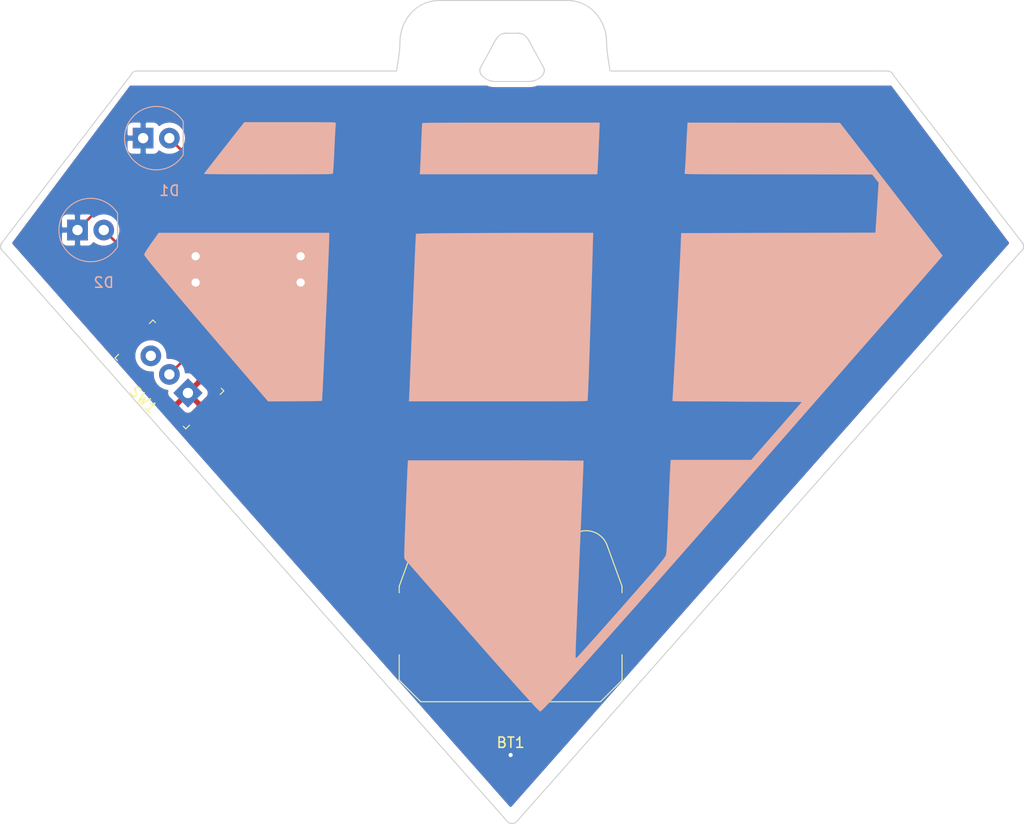
<source format=kicad_pcb>
(kicad_pcb (version 20171130) (host pcbnew "(5.1.2)-1")

  (general
    (thickness 1.6)
    (drawings 286)
    (tracks 14)
    (zones 0)
    (modules 8)
    (nets 7)
  )

  (page A4)
  (layers
    (0 F.Cu signal hide)
    (31 B.Cu signal)
    (32 B.Adhes user)
    (33 F.Adhes user)
    (34 B.Paste user)
    (35 F.Paste user)
    (36 B.SilkS user)
    (37 F.SilkS user)
    (38 B.Mask user)
    (39 F.Mask user)
    (40 Dwgs.User user)
    (41 Cmts.User user)
    (42 Eco1.User user)
    (43 Eco2.User user)
    (44 Edge.Cuts user)
    (45 Margin user)
    (46 B.CrtYd user)
    (47 F.CrtYd user)
    (48 B.Fab user)
    (49 F.Fab user)
  )

  (setup
    (last_trace_width 0.25)
    (trace_clearance 0.2)
    (zone_clearance 0.508)
    (zone_45_only no)
    (trace_min 0.2)
    (via_size 0.6)
    (via_drill 0.4)
    (via_min_size 0.4)
    (via_min_drill 0.3)
    (uvia_size 0.3)
    (uvia_drill 0.1)
    (uvias_allowed no)
    (uvia_min_size 0.2)
    (uvia_min_drill 0.1)
    (edge_width 0.15)
    (segment_width 0.2)
    (pcb_text_width 0.3)
    (pcb_text_size 1.5 1.5)
    (mod_edge_width 0.15)
    (mod_text_size 1 1)
    (mod_text_width 0.15)
    (pad_size 1.524 1.524)
    (pad_drill 0.762)
    (pad_to_mask_clearance 0.2)
    (aux_axis_origin 0 0)
    (grid_origin 167.64 121.92)
    (visible_elements 7FFFFFFF)
    (pcbplotparams
      (layerselection 0x010f0_ffffffff)
      (usegerberextensions true)
      (usegerberattributes false)
      (usegerberadvancedattributes false)
      (creategerberjobfile false)
      (excludeedgelayer true)
      (linewidth 0.100000)
      (plotframeref false)
      (viasonmask false)
      (mode 1)
      (useauxorigin false)
      (hpglpennumber 1)
      (hpglpenspeed 20)
      (hpglpendiameter 15.000000)
      (psnegative false)
      (psa4output false)
      (plotreference true)
      (plotvalue true)
      (plotinvisibletext false)
      (padsonsilk false)
      (subtractmaskfromsilk false)
      (outputformat 1)
      (mirror false)
      (drillshape 0)
      (scaleselection 1)
      (outputdirectory "gerbers/"))
  )

  (net 0 "")
  (net 1 GND)
  (net 2 /VCC)
  (net 3 "Net-(D1-Pad2)")
  (net 4 "Net-(D2-Pad2)")
  (net 5 "Net-(R1-Pad1)")
  (net 6 "Net-(SW1-Pad3)")

  (net_class Default "This is the default net class."
    (clearance 0.2)
    (trace_width 0.25)
    (via_dia 0.6)
    (via_drill 0.4)
    (uvia_dia 0.3)
    (uvia_drill 0.1)
    (add_net /VCC)
    (add_net GND)
    (add_net "Net-(D1-Pad2)")
    (add_net "Net-(D2-Pad2)")
    (add_net "Net-(R1-Pad1)")
    (add_net "Net-(SW1-Pad3)")
  )

  (module Battery:BatteryHolder_Keystone_3034_1x20mm (layer F.Cu) (tedit 595D9565) (tstamp 5C63CCF8)
    (at 149.86 132.08 180)
    (descr "Keystone 3034 SMD battery holder for 2020, 2025 and 2032 coincell batteries. http://www.keyelco.com/product-pdf.cfm?p=798")
    (tags "Keystone type 3034 coin cell retainer")
    (path /5C56385C)
    (attr smd)
    (fp_text reference BT1 (at 0 -11.5 180) (layer F.SilkS)
      (effects (font (size 1 1) (thickness 0.15)))
    )
    (fp_text value Battery (at 0 11.5 180) (layer F.Fab)
      (effects (font (size 1 1) (thickness 0.15)))
    )
    (fp_line (start 11.87 2.79) (end 11.87 -2.79) (layer F.CrtYd) (width 0.05))
    (fp_line (start 10.88 2.79) (end 11.87 2.79) (layer F.CrtYd) (width 0.05))
    (fp_line (start 10.88 3.64) (end 10.88 2.79) (layer F.CrtYd) (width 0.05))
    (fp_line (start 9.43 7.63) (end 10.88 3.64) (layer F.CrtYd) (width 0.05))
    (fp_arc (start 7.31 6.85) (end 5.96 8.64) (angle -106.9) (layer F.CrtYd) (width 0.05))
    (fp_arc (start 0 0) (end -5.96 8.64) (angle -69.1) (layer F.CrtYd) (width 0.05))
    (fp_arc (start -7.31 6.85) (end -9.43 7.62) (angle -106.9) (layer F.CrtYd) (width 0.05))
    (fp_line (start -10.88 3.64) (end -9.44 7.62) (layer F.CrtYd) (width 0.05))
    (fp_line (start -10.88 2.79) (end -10.88 3.64) (layer F.CrtYd) (width 0.05))
    (fp_line (start -11.87 2.79) (end -10.88 2.79) (layer F.CrtYd) (width 0.05))
    (fp_line (start -11.87 -2.79) (end -11.87 2.79) (layer F.CrtYd) (width 0.05))
    (fp_line (start -10.88 -2.79) (end -11.87 -2.79) (layer F.CrtYd) (width 0.05))
    (fp_line (start -10.88 -5.5) (end -10.88 -2.79) (layer F.CrtYd) (width 0.05))
    (fp_line (start -8.74 -7.64) (end -10.88 -5.5) (layer F.CrtYd) (width 0.05))
    (fp_line (start -7.2 -7.64) (end -8.74 -7.64) (layer F.CrtYd) (width 0.05))
    (fp_arc (start 0 0) (end 7.2 -7.64) (angle -86.6) (layer F.CrtYd) (width 0.05))
    (fp_line (start 8.74 -7.64) (end 7.2 -7.64) (layer F.CrtYd) (width 0.05))
    (fp_line (start 10.88 -5.5) (end 8.74 -7.64) (layer F.CrtYd) (width 0.05))
    (fp_line (start 10.88 -2.79) (end 10.88 -5.5) (layer F.CrtYd) (width 0.05))
    (fp_line (start 11.87 -2.79) (end 10.88 -2.79) (layer F.CrtYd) (width 0.05))
    (fp_arc (start -7.31 6.85) (end -9.19 7.53) (angle -107.5) (layer F.Fab) (width 0.1))
    (fp_arc (start 0 16.36) (end 6.1 8.43) (angle -75.1) (layer F.Fab) (width 0.1))
    (fp_arc (start 7.31 6.85) (end 6.1 8.43) (angle -107.5) (layer F.Fab) (width 0.1))
    (fp_line (start 10.63 3.6) (end 9.19 7.53) (layer F.Fab) (width 0.1))
    (fp_line (start 10.63 -5.4) (end 10.63 3.6) (layer F.Fab) (width 0.1))
    (fp_line (start 8.64 -7.39) (end 10.63 -5.4) (layer F.Fab) (width 0.1))
    (fp_line (start -8.64 -7.39) (end 8.64 -7.39) (layer F.Fab) (width 0.1))
    (fp_line (start -10.63 -5.4) (end -8.64 -7.39) (layer F.Fab) (width 0.1))
    (fp_line (start -10.63 3.6) (end -10.63 -5.4) (layer F.Fab) (width 0.1))
    (fp_line (start -9.19 7.53) (end -10.63 3.6) (layer F.Fab) (width 0.1))
    (fp_line (start 10.78 3) (end 10.78 3.63) (layer F.SilkS) (width 0.1))
    (fp_line (start 10.78 -5.46) (end 10.78 -3) (layer F.SilkS) (width 0.1))
    (fp_line (start -10.78 3) (end -10.78 3.63) (layer F.SilkS) (width 0.1))
    (fp_line (start -10.78 -5.46) (end -10.78 -3) (layer F.SilkS) (width 0.1))
    (fp_arc (start 7.31 6.85) (end 6 8.55) (angle -107.5) (layer F.SilkS) (width 0.1))
    (fp_line (start 10.78 3.63) (end 9.34 7.58) (layer F.SilkS) (width 0.1))
    (fp_line (start 8.7 -7.54) (end 10.78 -5.46) (layer F.SilkS) (width 0.1))
    (fp_line (start 8.7 -7.54) (end -8.7 -7.54) (layer F.SilkS) (width 0.1))
    (fp_line (start -8.7 -7.54) (end -10.78 -5.46) (layer F.SilkS) (width 0.1))
    (fp_line (start -10.78 3.63) (end -9.34 7.58) (layer F.SilkS) (width 0.1))
    (fp_arc (start -7.31 6.85) (end -9.34 7.58) (angle -107.5) (layer F.SilkS) (width 0.1))
    (fp_arc (start 0 16.36) (end 6 8.55) (angle -75.1) (layer F.SilkS) (width 0.1))
    (fp_circle (center 0 0) (end 0 10.25) (layer Dwgs.User) (width 0.15))
    (fp_text user %R (at 0 -2.9 180) (layer F.Fab)
      (effects (font (size 1 1) (thickness 0.15)))
    )
    (pad 1 smd rect (at -10.985 0 180) (size 1.27 5.08) (layers F.Cu F.Paste F.Mask)
      (net 2 /VCC))
    (pad 1 smd rect (at 10.985 0 180) (size 1.27 5.08) (layers F.Cu F.Paste F.Mask)
      (net 2 /VCC))
    (pad 2 smd rect (at 0 0 180) (size 3.96 3.96) (layers F.Cu F.Paste F.Mask)
      (net 1 GND))
    (model ${KISYS3DMOD}/Battery.3dshapes/BatteryHolder_Keystone_3034_1x20mm.wrl
      (at (xyz 0 0 0))
      (scale (xyz 1 1 1))
      (rotate (xyz 0 0 0))
    )
  )

  (module DigiKey:LED_5mm_Radial (layer B.Cu) (tedit 5B198A4A) (tstamp 5C63CD05)
    (at 116.84 85.09)
    (descr http://optoelectronics.liteon.com/upload/download/DS20-2000-343/1CHKxKNN.pdf)
    (path /5C563B35)
    (fp_text reference D1 (at 0 5.08) (layer B.SilkS)
      (effects (font (size 1 1) (thickness 0.15)) (justify mirror))
    )
    (fp_text value LED (at 0 -5.08) (layer B.Fab)
      (effects (font (size 1 1) (thickness 0.15)) (justify mirror))
    )
    (fp_text user %R (at -1.26 -0.01) (layer B.Fab)
      (effects (font (size 1 1) (thickness 0.15)) (justify mirror))
    )
    (fp_circle (center -1.27 0) (end -4.57 0) (layer B.CrtYd) (width 0.05))
    (fp_arc (start -1.27 0) (end 1.23 1.58) (angle 295.414233) (layer B.Fab) (width 0.1))
    (fp_line (start 1.23 1.58) (end 1.23 -1.58) (layer B.Fab) (width 0.1))
    (fp_line (start -4.22 0.01) (end -4.22 0.01) (layer B.Fab) (width 0.1))
    (fp_arc (start -1.27 0) (end 1.34 1.61) (angle 296.7237964) (layer B.SilkS) (width 0.1))
    (fp_line (start 1.34 -1.6) (end 1.34 1.61) (layer B.SilkS) (width 0.1))
    (pad 1 thru_hole rect (at -2.54 0) (size 2 2) (drill 1) (layers *.Cu *.Mask)
      (net 1 GND))
    (pad 2 thru_hole circle (at 0 0) (size 2 2) (drill 1) (layers *.Cu *.Mask)
      (net 3 "Net-(D1-Pad2)"))
  )

  (module DigiKey:LED_5mm_Radial (layer B.Cu) (tedit 5B198A4A) (tstamp 5C63CD12)
    (at 110.49 93.98)
    (descr http://optoelectronics.liteon.com/upload/download/DS20-2000-343/1CHKxKNN.pdf)
    (path /5C563B93)
    (fp_text reference D2 (at 0 5.08) (layer B.SilkS)
      (effects (font (size 1 1) (thickness 0.15)) (justify mirror))
    )
    (fp_text value LED (at 0 -5.08) (layer B.Fab)
      (effects (font (size 1 1) (thickness 0.15)) (justify mirror))
    )
    (fp_text user %R (at -1.26 -0.01) (layer B.Fab)
      (effects (font (size 1 1) (thickness 0.15)) (justify mirror))
    )
    (fp_circle (center -1.27 0) (end -4.57 0) (layer B.CrtYd) (width 0.05))
    (fp_arc (start -1.27 0) (end 1.23 1.58) (angle 295.414233) (layer B.Fab) (width 0.1))
    (fp_line (start 1.23 1.58) (end 1.23 -1.58) (layer B.Fab) (width 0.1))
    (fp_line (start -4.22 0.01) (end -4.22 0.01) (layer B.Fab) (width 0.1))
    (fp_arc (start -1.27 0) (end 1.34 1.61) (angle 296.7237964) (layer B.SilkS) (width 0.1))
    (fp_line (start 1.34 -1.6) (end 1.34 1.61) (layer B.SilkS) (width 0.1))
    (pad 1 thru_hole rect (at -2.54 0) (size 2 2) (drill 1) (layers *.Cu *.Mask)
      (net 1 GND))
    (pad 2 thru_hole circle (at 0 0) (size 2 2) (drill 1) (layers *.Cu *.Mask)
      (net 4 "Net-(D2-Pad2)"))
  )

  (module Resistor_THT:R_Axial_DIN0207_L6.3mm_D2.5mm_P10.16mm_Horizontal (layer F.Cu) (tedit 5AE5139B) (tstamp 5C63CD29)
    (at 129.54 96.52 180)
    (descr "Resistor, Axial_DIN0207 series, Axial, Horizontal, pin pitch=10.16mm, 0.25W = 1/4W, length*diameter=6.3*2.5mm^2, http://cdn-reichelt.de/documents/datenblatt/B400/1_4W%23YAG.pdf")
    (tags "Resistor Axial_DIN0207 series Axial Horizontal pin pitch 10.16mm 0.25W = 1/4W length 6.3mm diameter 2.5mm")
    (path /5C563C34)
    (fp_text reference R1 (at 6.35 -2.54 180) (layer F.SilkS)
      (effects (font (size 1 1) (thickness 0.15)))
    )
    (fp_text value R (at 2.54 0 180) (layer F.Fab)
      (effects (font (size 1 1) (thickness 0.15)))
    )
    (fp_line (start 1.93 -1.25) (end 1.93 1.25) (layer F.Fab) (width 0.1))
    (fp_line (start 1.93 1.25) (end 8.23 1.25) (layer F.Fab) (width 0.1))
    (fp_line (start 8.23 1.25) (end 8.23 -1.25) (layer F.Fab) (width 0.1))
    (fp_line (start 8.23 -1.25) (end 1.93 -1.25) (layer F.Fab) (width 0.1))
    (fp_line (start 0 0) (end 1.93 0) (layer F.Fab) (width 0.1))
    (fp_line (start 10.16 0) (end 8.23 0) (layer F.Fab) (width 0.1))
    (fp_line (start 1.81 -1.37) (end 1.81 1.37) (layer F.SilkS) (width 0.12))
    (fp_line (start 1.81 1.37) (end 8.35 1.37) (layer F.SilkS) (width 0.12))
    (fp_line (start 8.35 1.37) (end 8.35 -1.37) (layer F.SilkS) (width 0.12))
    (fp_line (start 8.35 -1.37) (end 1.81 -1.37) (layer F.SilkS) (width 0.12))
    (fp_line (start 1.04 0) (end 1.81 0) (layer F.SilkS) (width 0.12))
    (fp_line (start 9.12 0) (end 8.35 0) (layer F.SilkS) (width 0.12))
    (fp_line (start -1.05 -1.5) (end -1.05 1.5) (layer F.CrtYd) (width 0.05))
    (fp_line (start -1.05 1.5) (end 11.21 1.5) (layer F.CrtYd) (width 0.05))
    (fp_line (start 11.21 1.5) (end 11.21 -1.5) (layer F.CrtYd) (width 0.05))
    (fp_line (start 11.21 -1.5) (end -1.05 -1.5) (layer F.CrtYd) (width 0.05))
    (fp_text user %R (at 6.35 0 180) (layer F.Fab)
      (effects (font (size 1 1) (thickness 0.15)))
    )
    (pad 1 thru_hole circle (at 0 0 180) (size 1.6 1.6) (drill 0.8) (layers *.Cu *.Mask)
      (net 5 "Net-(R1-Pad1)"))
    (pad 2 thru_hole oval (at 10.16 0 180) (size 1.6 1.6) (drill 0.8) (layers *.Cu *.Mask)
      (net 3 "Net-(D1-Pad2)"))
    (model ${KISYS3DMOD}/Resistor_THT.3dshapes/R_Axial_DIN0207_L6.3mm_D2.5mm_P10.16mm_Horizontal.wrl
      (at (xyz 0 0 0))
      (scale (xyz 1 1 1))
      (rotate (xyz 0 0 0))
    )
  )

  (module Resistor_THT:R_Axial_DIN0207_L6.3mm_D2.5mm_P10.16mm_Horizontal (layer F.Cu) (tedit 5AE5139B) (tstamp 5C63CD40)
    (at 129.54 99.06 180)
    (descr "Resistor, Axial_DIN0207 series, Axial, Horizontal, pin pitch=10.16mm, 0.25W = 1/4W, length*diameter=6.3*2.5mm^2, http://cdn-reichelt.de/documents/datenblatt/B400/1_4W%23YAG.pdf")
    (tags "Resistor Axial_DIN0207 series Axial Horizontal pin pitch 10.16mm 0.25W = 1/4W length 6.3mm diameter 2.5mm")
    (path /5C563C8F)
    (fp_text reference R2 (at 3.81 0 180) (layer F.SilkS)
      (effects (font (size 1 1) (thickness 0.15)))
    )
    (fp_text value R (at 2.54 0 180) (layer F.Fab)
      (effects (font (size 1 1) (thickness 0.15)))
    )
    (fp_line (start 1.93 -1.25) (end 1.93 1.25) (layer F.Fab) (width 0.1))
    (fp_line (start 1.93 1.25) (end 8.23 1.25) (layer F.Fab) (width 0.1))
    (fp_line (start 8.23 1.25) (end 8.23 -1.25) (layer F.Fab) (width 0.1))
    (fp_line (start 8.23 -1.25) (end 1.93 -1.25) (layer F.Fab) (width 0.1))
    (fp_line (start 0 0) (end 1.93 0) (layer F.Fab) (width 0.1))
    (fp_line (start 10.16 0) (end 8.23 0) (layer F.Fab) (width 0.1))
    (fp_line (start 1.81 -1.37) (end 1.81 1.37) (layer F.SilkS) (width 0.12))
    (fp_line (start 1.81 1.37) (end 8.35 1.37) (layer F.SilkS) (width 0.12))
    (fp_line (start 8.35 1.37) (end 8.35 -1.37) (layer F.SilkS) (width 0.12))
    (fp_line (start 8.35 -1.37) (end 1.81 -1.37) (layer F.SilkS) (width 0.12))
    (fp_line (start 1.04 0) (end 1.81 0) (layer F.SilkS) (width 0.12))
    (fp_line (start 9.12 0) (end 8.35 0) (layer F.SilkS) (width 0.12))
    (fp_line (start -1.05 -1.5) (end -1.05 1.5) (layer F.CrtYd) (width 0.05))
    (fp_line (start -1.05 1.5) (end 11.21 1.5) (layer F.CrtYd) (width 0.05))
    (fp_line (start 11.21 1.5) (end 11.21 -1.5) (layer F.CrtYd) (width 0.05))
    (fp_line (start 11.21 -1.5) (end -1.05 -1.5) (layer F.CrtYd) (width 0.05))
    (fp_text user %R (at 3.81 2.54 180) (layer F.Fab)
      (effects (font (size 1 1) (thickness 0.15)))
    )
    (pad 1 thru_hole circle (at 0 0 180) (size 1.6 1.6) (drill 0.8) (layers *.Cu *.Mask)
      (net 5 "Net-(R1-Pad1)"))
    (pad 2 thru_hole oval (at 10.16 0 180) (size 1.6 1.6) (drill 0.8) (layers *.Cu *.Mask)
      (net 4 "Net-(D2-Pad2)"))
    (model ${KISYS3DMOD}/Resistor_THT.3dshapes/R_Axial_DIN0207_L6.3mm_D2.5mm_P10.16mm_Horizontal.wrl
      (at (xyz 0 0 0))
      (scale (xyz 1 1 1))
      (rotate (xyz 0 0 0))
    )
  )

  (module DigiKey:Switch_Toggle_ATE1D-2M3-10-Z (layer F.Cu) (tedit 5AF5AA84) (tstamp 5C63CD59)
    (at 116.84 107.95 135)
    (descr https://www.nidec-copal-electronics.com/e/catalog/switch/ate.pdf)
    (path /5C5642E2)
    (fp_text reference SW1 (at 0.06 -3.53 315) (layer F.SilkS)
      (effects (font (size 1 1) (thickness 0.15)))
    )
    (fp_text value SW_DPDT_x2 (at 0.02 3.71 135) (layer F.Fab)
      (effects (font (size 1 1) (thickness 0.15)))
    )
    (fp_line (start -4.75 -2.5) (end -4.75 2.5) (layer F.Fab) (width 0.1))
    (fp_line (start 4.75 -2.5) (end 4.75 2.5) (layer F.Fab) (width 0.1))
    (fp_line (start -4.75 -2.5) (end 4.75 -2.5) (layer F.Fab) (width 0.1))
    (fp_line (start -4.75 2.5) (end 4.75 2.5) (layer F.Fab) (width 0.1))
    (fp_line (start -4.85 -2.6) (end -4.5 -2.6) (layer F.SilkS) (width 0.1))
    (fp_line (start -4.85 -2.6) (end -4.85 -2.1) (layer F.SilkS) (width 0.1))
    (fp_line (start 4.85 -2.6) (end 4.5 -2.6) (layer F.SilkS) (width 0.1))
    (fp_line (start 4.85 -2.6) (end 4.85 -2.1) (layer F.SilkS) (width 0.1))
    (fp_line (start 4.85 2.6) (end 4.85 2.1) (layer F.SilkS) (width 0.1))
    (fp_line (start 4.85 2.6) (end 4.5 2.6) (layer F.SilkS) (width 0.1))
    (fp_line (start -4.85 2.6) (end -4.5 2.6) (layer F.SilkS) (width 0.1))
    (fp_line (start -4.85 2.6) (end -4.85 2.1) (layer F.SilkS) (width 0.1))
    (fp_line (start 5 -2.75) (end 5 2.75) (layer F.CrtYd) (width 0.05))
    (fp_line (start -5 2.75) (end -5 -2.75) (layer F.CrtYd) (width 0.05))
    (fp_line (start -5 -2.75) (end 5 -2.75) (layer F.CrtYd) (width 0.05))
    (fp_line (start -5 2.75) (end 5 2.75) (layer F.CrtYd) (width 0.05))
    (fp_circle (center 0.01 0) (end 1.46 1.15) (layer F.Fab) (width 0.15))
    (fp_text user %R (at 0.06 0.05 135) (layer F.Fab)
      (effects (font (size 1 1) (thickness 0.15)))
    )
    (pad 3 thru_hole circle (at 2.54 0 135) (size 2 2) (drill 1) (layers *.Cu *.Mask)
      (net 6 "Net-(SW1-Pad3)"))
    (pad 2 thru_hole circle (at 0 0 135) (size 2 2) (drill 1) (layers *.Cu *.Mask)
      (net 5 "Net-(R1-Pad1)"))
    (pad 1 thru_hole rect (at -2.54 0 135) (size 2 2) (drill 1) (layers *.Cu *.Mask)
      (net 2 /VCC))
  )

  (module superhashtagpcb:B.Mask_g8161 (layer F.Cu) (tedit 0) (tstamp 5C63D1B1)
    (at 150 115)
    (fp_text reference "" (at 0 0) (layer F.SilkS)
      (effects (font (size 1.27 1.27) (thickness 0.15)))
    )
    (fp_text value "" (at 0 0) (layer F.SilkS)
      (effects (font (size 1.27 1.27) (thickness 0.15)))
    )
    (fp_poly (pts (xy -27.57008 -4.659673) (xy -27.519886 -4.617803) (xy -27.465205 -4.556586) (xy -27.402521 -4.480727)
      (xy -27.374583 -4.44753) (xy -27.276742 -4.322608) (xy -27.206336 -4.213072) (xy -27.178048 -4.14188)
      (xy -27.178 -4.140115) (xy -27.196323 -4.078778) (xy -27.247201 -3.955762) (xy -27.324493 -3.784694)
      (xy -27.422062 -3.579203) (xy -27.52239 -3.375585) (xy -27.645179 -3.128943) (xy -27.765715 -2.884059)
      (xy -27.874301 -2.660833) (xy -27.96124 -2.479162) (xy -28.004438 -2.386465) (xy -28.142096 -2.084764)
      (xy -27.044868 -2.449909) (xy -25.947641 -2.815055) (xy -25.738068 -2.582277) (xy -25.589312 -2.399359)
      (xy -25.506322 -2.255165) (xy -25.49079 -2.153164) (xy -25.511049 -2.116847) (xy -25.558317 -2.095967)
      (xy -25.677102 -2.051893) (xy -25.85844 -1.987719) (xy -26.093367 -1.906537) (xy -26.372916 -1.81144)
      (xy -26.688123 -1.705521) (xy -27.030023 -1.591872) (xy -27.096603 -1.569878) (xy -28.645039 -1.058863)
      (xy -28.935672 -0.434181) (xy -29.036319 -0.219729) (xy -29.126857 -0.030316) (xy -29.200341 0.119796)
      (xy -29.249825 0.216348) (xy -29.265669 0.243417) (xy -29.328324 0.29038) (xy -29.408684 0.276665)
      (xy -29.514792 0.198147) (xy -29.654691 0.050706) (xy -29.665083 0.038711) (xy -29.769221 -0.087788)
      (xy -29.847209 -0.193553) (xy -29.885504 -0.259877) (xy -29.887289 -0.268203) (xy -29.869303 -0.314384)
      (xy -29.817551 -0.429758) (xy -29.73532 -0.607384) (xy -29.625896 -0.840324) (xy -29.492563 -1.121641)
      (xy -29.338607 -1.444397) (xy -29.167315 -1.801652) (xy -28.98197 -2.186468) (xy -28.831519 -2.497666)
      (xy -28.598651 -2.979155) (xy -28.39997 -3.38954) (xy -28.231957 -3.733526) (xy -28.091099 -4.015817)
      (xy -27.973879 -4.241121) (xy -27.876782 -4.414141) (xy -27.796291 -4.539582) (xy -27.728891 -4.622151)
      (xy -27.671066 -4.666553) (xy -27.619301 -4.677492) (xy -27.57008 -4.659673)) (layer B.Mask) (width 0.01))
    (fp_poly (pts (xy -25.074538 -1.497327) (xy -24.929995 -1.479645) (xy -24.813362 -1.444248) (xy -24.731493 -1.405319)
      (xy -24.482902 -1.231683) (xy -24.266347 -1.000638) (xy -24.097645 -0.733727) (xy -23.992614 -0.452491)
      (xy -23.977465 -0.378356) (xy -23.953604 -0.278826) (xy -23.912492 -0.241814) (xy -23.836082 -0.244615)
      (xy -23.764793 -0.243622) (xy -23.695271 -0.209093) (xy -23.608753 -0.128241) (xy -23.522723 -0.031028)
      (xy -23.424667 0.094448) (xy -23.354111 0.205148) (xy -23.325761 0.277877) (xy -23.325712 0.279731)
      (xy -23.356726 0.321427) (xy -23.444943 0.411726) (xy -23.583153 0.544283) (xy -23.764148 0.712752)
      (xy -23.980715 0.910789) (xy -24.225647 1.132046) (xy -24.491733 1.37018) (xy -24.771764 1.618844)
      (xy -25.058528 1.871692) (xy -25.344818 2.12238) (xy -25.623422 2.364561) (xy -25.887132 2.59189)
      (xy -26.128736 2.798022) (xy -26.341026 2.976611) (xy -26.516792 3.121312) (xy -26.648823 3.225778)
      (xy -26.72991 3.283665) (xy -26.74972 3.293281) (xy -26.819048 3.266638) (xy -26.925421 3.174626)
      (xy -27.04276 3.045692) (xy -27.145494 2.919862) (xy -27.222581 2.817163) (xy -27.260753 2.755534)
      (xy -27.262666 2.748359) (xy -27.232558 2.708311) (xy -27.149908 2.624026) (xy -27.026225 2.506633)
      (xy -26.87302 2.367262) (xy -26.818252 2.318615) (xy -26.658057 2.175358) (xy -26.523513 2.051624)
      (xy -26.426089 1.958222) (xy -26.377252 1.905965) (xy -26.373752 1.899553) (xy -26.408422 1.86677)
      (xy -26.492539 1.823726) (xy -26.498112 1.821392) (xy -26.615916 1.747577) (xy -26.758578 1.622011)
      (xy -26.907167 1.465406) (xy -27.042753 1.298474) (xy -27.146407 1.141929) (xy -27.179629 1.075699)
      (xy -27.277131 0.74351) (xy -27.289564 0.465171) (xy -26.498508 0.465171) (xy -26.479147 0.686402)
      (xy -26.419709 0.83777) (xy -26.3345 0.967298) (xy -26.216386 1.101869) (xy -26.083349 1.225769)
      (xy -25.953367 1.32328) (xy -25.844423 1.378686) (xy -25.793914 1.384768) (xy -25.747362 1.355243)
      (xy -25.648304 1.278493) (xy -25.507622 1.163419) (xy -25.336199 1.018924) (xy -25.144916 0.853912)
      (xy -25.143633 0.852793) (xy -24.543938 0.329752) (xy -24.570433 0.154293) (xy -24.622248 -0.04247)
      (xy -24.71187 -0.245385) (xy -24.824123 -0.426749) (xy -24.943834 -0.558856) (xy -24.973118 -0.580918)
      (xy -25.159301 -0.661172) (xy -25.364905 -0.662945) (xy -25.591654 -0.585697) (xy -25.841272 -0.428883)
      (xy -26.069633 -0.235509) (xy -26.294785 0.007386) (xy -26.437399 0.239889) (xy -26.498508 0.465171)
      (xy -27.289564 0.465171) (xy -27.292584 0.397585) (xy -27.226383 0.043465) (xy -27.081071 -0.309224)
      (xy -26.938398 -0.525163) (xy -26.737333 -0.753888) (xy -26.498097 -0.97674) (xy -26.240909 -1.175062)
      (xy -25.98599 -1.330197) (xy -25.96089 -1.342869) (xy -25.791269 -1.423062) (xy -25.660069 -1.470797)
      (xy -25.531787 -1.494331) (xy -25.37092 -1.501918) (xy -25.275195 -1.502325) (xy -25.074538 -1.497327)) (layer B.Mask) (width 0.01))
    (fp_poly (pts (xy -22.5161 1.293503) (xy -22.329134 1.364114) (xy -22.062282 1.545839) (xy -21.838059 1.786331)
      (xy -21.669937 2.067207) (xy -21.571388 2.370083) (xy -21.564906 2.40685) (xy -21.539141 2.51913)
      (xy -21.508723 2.552925) (xy -21.491035 2.542635) (xy -21.410557 2.501808) (xy -21.377941 2.497667)
      (xy -21.313148 2.52974) (xy -21.21981 2.612271) (xy -21.115519 2.724727) (xy -21.017868 2.846577)
      (xy -20.944451 2.957288) (xy -20.91286 3.036327) (xy -20.912666 3.04067) (xy -20.943747 3.084051)
      (xy -21.032168 3.175848) (xy -21.1707 3.309709) (xy -21.352114 3.479287) (xy -21.56918 3.678232)
      (xy -21.814668 3.900194) (xy -22.081348 4.138825) (xy -22.361991 4.387776) (xy -22.649367 4.640696)
      (xy -22.936247 4.891237) (xy -23.2154 5.133049) (xy -23.479598 5.359783) (xy -23.721609 5.565091)
      (xy -23.934206 5.742622) (xy -24.110157 5.886028) (xy -24.242234 5.988959) (xy -24.323206 6.045066)
      (xy -24.343468 6.053667) (xy -24.411847 6.02398) (xy -24.506901 5.948038) (xy -24.566313 5.887821)
      (xy -24.669832 5.767073) (xy -24.760807 5.650754) (xy -24.791177 5.607461) (xy -24.86621 5.492946)
      (xy -24.69848 5.33939) (xy -24.586612 5.238166) (xy -24.438458 5.105693) (xy -24.281453 4.966474)
      (xy -24.240793 4.930633) (xy -23.950837 4.675433) (xy -24.158721 4.546205) (xy -24.435705 4.32753)
      (xy -24.647959 4.062316) (xy -24.792991 3.761425) (xy -24.868312 3.43572) (xy -24.870032 3.248199)
      (xy -24.087251 3.248199) (xy -24.062327 3.483659) (xy -24.042813 3.542661) (xy -23.975718 3.661427)
      (xy -23.86603 3.796114) (xy -23.732538 3.929425) (xy -23.594031 4.044067) (xy -23.469297 4.122744)
      (xy -23.384628 4.148509) (xy -23.339318 4.121818) (xy -23.241743 4.047525) (xy -23.102756 3.934456)
      (xy -22.933214 3.791435) (xy -22.749628 3.632256) (xy -22.543057 3.450385) (xy -22.39174 3.314312)
      (xy -22.287257 3.214033) (xy -22.221185 3.139546) (xy -22.185102 3.080848) (xy -22.170587 3.027934)
      (xy -22.169219 2.970802) (xy -22.170475 2.944339) (xy -22.226387 2.658652) (xy -22.360189 2.402954)
      (xy -22.481449 2.262499) (xy -22.590932 2.164232) (xy -22.680638 2.11497) (xy -22.785635 2.099222)
      (xy -22.851515 2.099012) (xy -23.053868 2.128642) (xy -23.258368 2.214869) (xy -23.478233 2.36459)
      (xy -23.658185 2.519935) (xy -23.885412 2.766954) (xy -24.028356 3.009502) (xy -24.087251 3.248199)
      (xy -24.870032 3.248199) (xy -24.871428 3.096062) (xy -24.799849 2.753314) (xy -24.651084 2.418337)
      (xy -24.648005 2.413) (xy -24.462054 2.152596) (xy -24.215106 1.894955) (xy -23.929356 1.658568)
      (xy -23.627001 1.461923) (xy -23.347843 1.329972) (xy -23.07701 1.263236) (xy -22.789836 1.251413)
      (xy -22.5161 1.293503)) (layer B.Mask) (width 0.01))
    (fp_poly (pts (xy -20.366533 4.072678) (xy -20.337848 4.074763) (xy -20.118837 4.111539) (xy -19.914903 4.190798)
      (xy -19.709683 4.321804) (xy -19.486812 4.51382) (xy -19.384361 4.614528) (xy -19.232838 4.781521)
      (xy -19.082081 4.971516) (xy -18.94195 5.169212) (xy -18.822304 5.359308) (xy -18.733001 5.526506)
      (xy -18.683902 5.655503) (xy -18.678089 5.71061) (xy -18.714804 5.789255) (xy -18.79792 5.892053)
      (xy -18.908682 6.002301) (xy -19.028333 6.103294) (xy -19.138117 6.178329) (xy -19.21928 6.2107)
      (xy -19.237515 6.208837) (xy -19.2827 6.161995) (xy -19.351671 6.056272) (xy -19.433174 5.909864)
      (xy -19.480635 5.815772) (xy -19.61403 5.575419) (xy -19.770184 5.348252) (xy -19.935439 5.150615)
      (xy -20.096136 4.998852) (xy -20.237883 4.909611) (xy -20.349389 4.8777) (xy -20.446556 4.896128)
      (xy -20.487768 4.914927) (xy -20.60747 4.974167) (xy -20.330691 5.355167) (xy -20.118999 5.663143)
      (xy -19.964174 5.929719) (xy -19.859639 6.169559) (xy -19.798816 6.397325) (xy -19.77669 6.59008)
      (xy -19.772048 6.762414) (xy -19.784674 6.886239) (xy -19.821563 6.997089) (xy -19.879356 7.111578)
      (xy -20.066729 7.376292) (xy -20.30246 7.578706) (xy -20.576197 7.711744) (xy -20.83545 7.765389)
      (xy -20.991705 7.770662) (xy -21.134402 7.761642) (xy -21.187833 7.751905) (xy -21.474901 7.634108)
      (xy -21.733096 7.444402) (xy -21.952802 7.193326) (xy -22.124404 6.891417) (xy -22.220758 6.619754)
      (xy -22.256954 6.510514) (xy -22.298252 6.46535) (xy -22.363099 6.464729) (xy -22.366564 6.465377)
      (xy -22.431668 6.46179) (xy -22.506225 6.418583) (xy -22.605785 6.324683) (xy -22.684015 6.23938)
      (xy -22.788095 6.116187) (xy -22.865218 6.012671) (xy -22.901285 5.948056) (xy -22.902333 5.941714)
      (xy -22.895644 5.915998) (xy -22.888806 5.9055) (xy -21.675903 5.9055) (xy -21.619141 6.138334)
      (xy -21.547062 6.377081) (xy -21.45418 6.561209) (xy -21.323632 6.72067) (xy -21.253952 6.787098)
      (xy -21.088919 6.905448) (xy -20.940162 6.943122) (xy -20.799742 6.900574) (xy -20.697743 6.818923)
      (xy -20.600507 6.665166) (xy -20.571741 6.478417) (xy -20.613154 6.277758) (xy -20.643239 6.210315)
      (xy -20.700819 6.109254) (xy -20.783994 5.977223) (xy -20.880732 5.831623) (xy -20.979 5.689851)
      (xy -21.066767 5.569308) (xy -21.131999 5.487394) (xy -21.161371 5.461077) (xy -21.203046 5.487668)
      (xy -21.289663 5.558069) (xy -21.404249 5.658334) (xy -21.431868 5.683327) (xy -21.675903 5.9055)
      (xy -22.888806 5.9055) (xy -22.871532 5.878984) (xy -22.823934 5.824985) (xy -22.746785 5.748312)
      (xy -22.63402 5.643279) (xy -22.479576 5.5042) (xy -22.277388 5.325386) (xy -22.021392 5.101151)
      (xy -21.801666 4.90953) (xy -21.511087 4.659411) (xy -21.271958 4.46209) (xy -21.074438 4.311957)
      (xy -20.908685 4.203399) (xy -20.764859 4.130804) (xy -20.63312 4.088561) (xy -20.503625 4.071056)
      (xy -20.366533 4.072678)) (layer B.Mask) (width 0.01))
    (fp_poly (pts (xy -17.110283 5.74602) (xy -17.009704 5.821915) (xy -16.895862 5.932717) (xy -16.786307 6.061131)
      (xy -16.698584 6.189862) (xy -16.689829 6.205481) (xy -16.672414 6.24123) (xy -16.667155 6.27569)
      (xy -16.680954 6.316451) (xy -16.720716 6.371105) (xy -16.793342 6.447244) (xy -16.905738 6.552458)
      (xy -17.064805 6.694339) (xy -17.277447 6.880478) (xy -17.403642 6.990449) (xy -17.558549 7.126533)
      (xy -17.689002 7.243284) (xy -17.782293 7.329175) (xy -17.825716 7.372678) (xy -17.826975 7.374509)
      (xy -17.805831 7.414172) (xy -17.737563 7.505062) (xy -17.632052 7.63581) (xy -17.49918 7.795042)
      (xy -17.348831 7.971388) (xy -17.190886 8.153476) (xy -17.035229 8.329936) (xy -16.89174 8.489396)
      (xy -16.770303 8.620484) (xy -16.6808 8.71183) (xy -16.633114 8.752062) (xy -16.629081 8.752883)
      (xy -16.588295 8.722777) (xy -16.494648 8.645984) (xy -16.358958 8.531612) (xy -16.192044 8.388772)
      (xy -16.025231 8.244417) (xy -15.837804 8.084146) (xy -15.669499 7.945344) (xy -15.531675 7.836974)
      (xy -15.43569 7.767997) (xy -15.394758 7.747) (xy -15.33798 7.776826) (xy -15.246398 7.853866)
      (xy -15.138399 7.959466) (xy -15.032373 8.074971) (xy -14.946709 8.181725) (xy -14.910037 8.238737)
      (xy -14.885526 8.324223) (xy -14.893704 8.369125) (xy -14.936292 8.414216) (xy -15.034976 8.506595)
      (xy -15.182401 8.639925) (xy -15.371208 8.807868) (xy -15.594042 9.004088) (xy -15.843546 9.222248)
      (xy -16.112363 9.456011) (xy -16.393137 9.69904) (xy -16.678511 9.944998) (xy -16.961128 10.187549)
      (xy -17.233632 10.420355) (xy -17.488666 10.63708) (xy -17.718874 10.831387) (xy -17.916898 10.996939)
      (xy -18.075383 11.127398) (xy -18.186971 11.216429) (xy -18.244305 11.257694) (xy -18.249587 11.259826)
      (xy -18.307179 11.229642) (xy -18.399461 11.148844) (xy -18.508757 11.033349) (xy -18.535337 11.002494)
      (xy -18.638177 10.873867) (xy -18.714959 10.76446) (xy -18.75214 10.693956) (xy -18.753666 10.685158)
      (xy -18.722966 10.641786) (xy -18.636764 10.551801) (xy -18.503913 10.42361) (xy -18.333264 10.26562)
      (xy -18.133668 10.086241) (xy -17.991538 9.961229) (xy -17.229409 9.296463) (xy -17.349125 9.167315)
      (xy -17.407117 9.102822) (xy -17.508802 8.987847) (xy -17.642398 8.835866) (xy -17.796124 8.66036)
      (xy -17.958198 8.474807) (xy -18.116839 8.292685) (xy -18.260266 8.127474) (xy -18.376697 7.992651)
      (xy -18.419753 7.942434) (xy -18.45984 7.957381) (xy -18.552848 8.020989) (xy -18.688641 8.125421)
      (xy -18.857082 8.262839) (xy -19.048035 8.425406) (xy -19.0768 8.450434) (xy -19.348471 8.686845)
      (xy -19.563562 8.87241) (xy -19.728732 9.012582) (xy -19.85064 9.112814) (xy -19.935944 9.178557)
      (xy -19.991302 9.215264) (xy -20.023373 9.228388) (xy -20.027157 9.228667) (xy -20.073979 9.199045)
      (xy -20.156893 9.122626) (xy -20.258298 9.01808) (xy -20.360598 8.904075) (xy -20.446192 8.799282)
      (xy -20.487253 8.740577) (xy -20.524728 8.660593) (xy -20.506639 8.597985) (xy -20.466086 8.54881)
      (xy -20.400022 8.483396) (xy -20.280647 8.373226) (xy -20.115442 8.224732) (xy -19.911886 8.044351)
      (xy -19.677461 7.838517) (xy -19.419647 7.613663) (xy -19.145926 7.376225) (xy -18.863778 7.132638)
      (xy -18.580683 6.889335) (xy -18.304122 6.652751) (xy -18.041577 6.429321) (xy -17.800527 6.22548)
      (xy -17.588454 6.047661) (xy -17.412838 5.9023) (xy -17.281159 5.79583) (xy -17.2009 5.734687)
      (xy -17.180051 5.722327) (xy -17.110283 5.74602)) (layer B.Mask) (width 0.01))
    (fp_poly (pts (xy -15.003844 10.02939) (xy -14.77191 10.08917) (xy -14.561615 10.201839) (xy -14.348042 10.378064)
      (xy -14.286296 10.438211) (xy -14.03798 10.739653) (xy -13.868847 11.063051) (xy -13.778686 11.400938)
      (xy -13.767291 11.745849) (xy -13.834453 12.090318) (xy -13.979962 12.42688) (xy -14.203611 12.74807)
      (xy -14.355373 12.9111) (xy -14.678399 13.182148) (xy -15.014152 13.378389) (xy -15.356243 13.497552)
      (xy -15.698284 13.537362) (xy -16.012756 13.500707) (xy -16.306288 13.393029) (xy -16.599931 13.214493)
      (xy -16.879481 12.977688) (xy -17.130736 12.695205) (xy -17.339495 12.379632) (xy -17.393552 12.276667)
      (xy -17.475367 12.099844) (xy -17.543192 11.933329) (xy -17.586538 11.803709) (xy -17.595035 11.765963)
      (xy -17.602905 11.686589) (xy -17.588463 11.622863) (xy -17.539634 11.555279) (xy -17.444344 11.464326)
      (xy -17.365762 11.395546) (xy -17.19924 11.261508) (xy -17.077731 11.191717) (xy -16.992016 11.185402)
      (xy -16.932877 11.241792) (xy -16.892124 11.355917) (xy -16.81742 11.640201) (xy -16.747584 11.859403)
      (xy -16.674491 12.032105) (xy -16.590017 12.176889) (xy -16.486037 12.312337) (xy -16.4616 12.340608)
      (xy -16.23819 12.542738) (xy -15.993842 12.666492) (xy -15.734221 12.709042) (xy -15.723504 12.709015)
      (xy -15.554418 12.690708) (xy -15.396754 12.645122) (xy -15.274808 12.581763) (xy -15.212877 12.510136)
      (xy -15.212549 12.509112) (xy -15.235722 12.467138) (xy -15.307739 12.370629) (xy -15.421365 12.228482)
      (xy -15.569363 12.049592) (xy -15.744497 11.842854) (xy -15.918177 11.641667) (xy -16.112536 11.415719)
      (xy -16.286964 11.207746) (xy -16.434017 11.027046) (xy -16.524274 10.911143) (xy -15.58725 10.911143)
      (xy -15.565819 10.962089) (xy -15.511715 11.040591) (xy -15.418557 11.156289) (xy -15.279964 11.318827)
      (xy -15.15222 11.465957) (xy -14.967269 11.676902) (xy -14.829016 11.827144) (xy -14.728856 11.920089)
      (xy -14.658182 11.959144) (xy -14.608391 11.947713) (xy -14.570875 11.889205) (xy -14.53703 11.787024)
      (xy -14.517836 11.717058) (xy -14.498191 11.503749) (xy -14.557621 11.294154) (xy -14.698235 11.082243)
      (xy -14.766067 11.007397) (xy -14.886239 10.896348) (xy -15.002542 10.810852) (xy -15.081528 10.772449)
      (xy -15.243966 10.760399) (xy -15.417557 10.789711) (xy -15.556614 10.852621) (xy -15.557615 10.85335)
      (xy -15.582389 10.878111) (xy -15.58725 10.911143) (xy -16.524274 10.911143) (xy -16.546254 10.882919)
      (xy -16.616231 10.784664) (xy -16.636943 10.743627) (xy -16.603511 10.67656) (xy -16.513883 10.578612)
      (xy -16.38417 10.462946) (xy -16.230485 10.342725) (xy -16.068941 10.231112) (xy -15.915649 10.14127)
      (xy -15.875 10.12115) (xy -15.734652 10.06296) (xy -15.600683 10.029436) (xy -15.440126 10.014498)
      (xy -15.282333 10.011834) (xy -15.003844 10.02939)) (layer B.Mask) (width 0.01))
    (fp_poly (pts (xy -12.724003 12.392451) (xy -12.6306 12.472284) (xy -12.524983 12.580548) (xy -12.42558 12.696962)
      (xy -12.350819 12.801243) (xy -12.31913 12.87311) (xy -12.319 12.876158) (xy -12.284448 12.927017)
      (xy -12.196178 12.994405) (xy -12.128439 13.034071) (xy -11.903426 13.191894) (xy -11.691216 13.412607)
      (xy -11.511848 13.674742) (xy -11.485597 13.722764) (xy -11.429754 13.83706) (xy -11.394635 13.939609)
      (xy -11.375539 14.056058) (xy -11.367763 14.212052) (xy -11.366532 14.372167) (xy -11.368879 14.575757)
      (xy -11.379462 14.722631) (xy -11.403539 14.840684) (xy -11.446367 14.957815) (xy -11.498172 15.070667)
      (xy -11.67798 15.377116) (xy -11.910707 15.646301) (xy -12.210368 15.893679) (xy -12.301995 15.957016)
      (xy -12.647845 16.152701) (xy -12.979841 16.266505) (xy -13.30224 16.299252) (xy -13.6193 16.251768)
      (xy -13.697875 16.227578) (xy -13.879338 16.136389) (xy -14.066927 15.992055) (xy -14.246392 15.811744)
      (xy -14.403485 15.612625) (xy -14.523955 15.411866) (xy -14.593553 15.226636) (xy -14.605 15.134628)
      (xy -14.618942 15.049771) (xy -14.663189 15.038748) (xy -14.741375 15.102025) (xy -14.791749 15.158596)
      (xy -14.905905 15.35077) (xy -14.938205 15.555581) (xy -14.889995 15.769983) (xy -14.76262 15.990929)
      (xy -14.557426 16.215371) (xy -14.275758 16.440263) (xy -14.204156 16.489169) (xy -14.015053 16.623014)
      (xy -13.893725 16.727251) (xy -13.844043 16.798474) (xy -13.843 16.806851) (xy -13.874048 16.87185)
      (xy -13.954195 16.96847) (xy -14.063946 17.078699) (xy -14.183804 17.184529) (xy -14.294273 17.267947)
      (xy -14.375859 17.310945) (xy -14.3912 17.313284) (xy -14.460093 17.288847) (xy -14.567213 17.227134)
      (xy -14.647333 17.171957) (xy -14.868513 16.988389) (xy -15.096265 16.764107) (xy -15.306108 16.525431)
      (xy -15.473559 16.298678) (xy -15.502439 16.25274) (xy -15.656616 15.929978) (xy -15.726298 15.611157)
      (xy -15.711452 15.295971) (xy -15.612051 14.984116) (xy -15.428063 14.675286) (xy -15.337812 14.560854)
      (xy -15.266442 14.486244) (xy -15.262924 14.48289) (xy -14.044568 14.48289) (xy -14.006162 14.653824)
      (xy -13.923777 14.924707) (xy -13.805104 15.143969) (xy -13.735097 15.235028) (xy -13.565015 15.390229)
      (xy -13.380732 15.465224) (xy -13.176635 15.460661) (xy -12.947111 15.377188) (xy -12.869333 15.335051)
      (xy -12.619586 15.160314) (xy -12.413256 14.955933) (xy -12.258259 14.73467) (xy -12.16251 14.509289)
      (xy -12.133924 14.292554) (xy -12.151009 14.17668) (xy -12.244488 13.969489) (xy -12.403581 13.768027)
      (xy -12.610499 13.592587) (xy -12.725529 13.521405) (xy -12.856892 13.449447) (xy -13.45073 13.966169)
      (xy -14.044568 14.48289) (xy -15.262924 14.48289) (xy -15.144141 14.369668) (xy -14.97941 14.21846)
      (xy -14.780754 14.03995) (xy -14.556674 13.841469) (xy -14.315675 13.630348) (xy -14.066259 13.41392)
      (xy -13.816929 13.199516) (xy -13.576188 12.994466) (xy -13.352539 12.806103) (xy -13.154486 12.641757)
      (xy -12.990531 12.50876) (xy -12.869177 12.414443) (xy -12.798928 12.366138) (xy -12.786764 12.361334)
      (xy -12.724003 12.392451)) (layer B.Mask) (width 0.01))
    (fp_poly (pts (xy -9.368908 14.303827) (xy -9.346292 14.319478) (xy -9.264964 14.395387) (xy -9.166692 14.503788)
      (xy -9.068309 14.6237) (xy -8.986652 14.734143) (xy -8.938556 14.814139) (xy -8.932333 14.835337)
      (xy -8.962685 14.882143) (xy -9.045971 14.972025) (xy -9.170538 15.093317) (xy -9.324731 15.234349)
      (xy -9.376833 15.280349) (xy -9.537151 15.422785) (xy -9.671426 15.546049) (xy -9.768191 15.639305)
      (xy -9.815979 15.69172) (xy -9.819051 15.69817) (xy -9.785925 15.735129) (xy -9.700936 15.805343)
      (xy -9.581982 15.894091) (xy -9.573331 15.900272) (xy -9.31125 16.134306) (xy -9.118723 16.407065)
      (xy -8.995707 16.709055) (xy -8.94216 17.030784) (xy -8.958039 17.362759) (xy -9.043304 17.695486)
      (xy -9.197912 18.019472) (xy -9.42182 18.325226) (xy -9.584826 18.491761) (xy -9.919921 18.760361)
      (xy -10.262809 18.958586) (xy -10.606112 19.084127) (xy -10.942448 19.134681) (xy -11.264439 19.107942)
      (xy -11.418376 19.064644) (xy -11.621925 18.958681) (xy -11.820448 18.795766) (xy -11.999562 18.594554)
      (xy -12.144883 18.373698) (xy -12.24203 18.151856) (xy -12.276633 17.95145) (xy -12.282787 17.858934)
      (xy -12.305187 17.839224) (xy -12.327466 17.8562) (xy -12.39897 17.900278) (xy -12.480026 17.888377)
      (xy -12.581259 17.815101) (xy -12.713292 17.675052) (xy -12.735671 17.648828) (xy -12.83782 17.524605)
      (xy -12.914399 17.424939) (xy -12.95217 17.367266) (xy -12.954 17.361308) (xy -12.925715 17.318564)
      (xy -12.902625 17.293167) (xy -11.691209 17.293167) (xy -11.668775 17.491355) (xy -11.601527 17.758217)
      (xy -11.470536 17.99949) (xy -11.359794 18.126823) (xy -11.202883 18.247908) (xy -11.046451 18.30314)
      (xy -10.873084 18.293722) (xy -10.66537 18.220856) (xy -10.581424 18.180633) (xy -10.339282 18.029164)
      (xy -10.122278 17.837778) (xy -9.94261 17.622183) (xy -9.812475 17.398087) (xy -9.744068 17.181197)
      (xy -9.736666 17.092668) (xy -9.776111 16.87947) (xy -9.886198 16.666685) (xy -10.054556 16.471375)
      (xy -10.268813 16.310603) (xy -10.327144 16.278299) (xy -10.450812 16.214348) (xy -11.07101 16.753757)
      (xy -11.691209 17.293167) (xy -12.902625 17.293167) (xy -12.852446 17.237977) (xy -12.774083 17.160233)
      (xy -12.690871 17.083571) (xy -12.555761 16.962459) (xy -12.376446 16.803572) (xy -12.160618 16.613586)
      (xy -11.91597 16.399177) (xy -11.650193 16.167023) (xy -11.37098 15.923798) (xy -11.086023 15.676179)
      (xy -10.803015 15.430843) (xy -10.529648 15.194466) (xy -10.273615 14.973724) (xy -10.042607 14.775292)
      (xy -9.844316 14.605849) (xy -9.686436 14.472068) (xy -9.576658 14.380628) (xy -9.522676 14.338204)
      (xy -9.522196 14.337887) (xy -9.433314 14.293003) (xy -9.368908 14.303827)) (layer B.Mask) (width 0.01))
    (fp_poly (pts (xy -7.627918 18.332661) (xy -7.580181 18.353705) (xy -7.384793 18.473074) (xy -7.16832 18.653304)
      (xy -6.945826 18.878694) (xy -6.732374 19.133541) (xy -6.543029 19.402146) (xy -6.487571 19.49254)
      (xy -6.387876 19.665088) (xy -6.327388 19.781962) (xy -6.300397 19.859254) (xy -6.301193 19.91306)
      (xy -6.322657 19.957342) (xy -6.390476 20.037411) (xy -6.494375 20.135385) (xy -6.614584 20.235579)
      (xy -6.731331 20.322305) (xy -6.824846 20.379878) (xy -6.87278 20.393811) (xy -6.912277 20.351311)
      (xy -6.976633 20.250449) (xy -7.054649 20.10947) (xy -7.090833 20.038598) (xy -7.243181 19.750276)
      (xy -7.382706 19.527632) (xy -7.520572 19.355145) (xy -7.667939 19.217291) (xy -7.698961 19.192949)
      (xy -7.881864 19.084189) (xy -8.042473 19.052613) (xy -8.176547 19.099011) (xy -8.181851 19.102917)
      (xy -8.208924 19.133501) (xy -8.20869 19.176277) (xy -8.174523 19.245086) (xy -8.099796 19.353769)
      (xy -7.994375 19.4945) (xy -7.740518 19.86163) (xy -7.560902 20.199225) (xy -7.452861 20.513151)
      (xy -7.415173 20.768365) (xy -7.412061 20.952831) (xy -7.42886 21.087546) (xy -7.470794 21.206141)
      (xy -7.488972 21.243438) (xy -7.663627 21.506453) (xy -7.884787 21.714547) (xy -8.139563 21.861356)
      (xy -8.415065 21.940513) (xy -8.698403 21.945653) (xy -8.849759 21.915515) (xy -9.009372 21.858381)
      (xy -9.165838 21.783905) (xy -9.198999 21.764587) (xy -9.390488 21.608727) (xy -9.571328 21.39447)
      (xy -9.72387 21.147794) (xy -9.830466 20.894677) (xy -9.856401 20.796908) (xy -9.886402 20.692767)
      (xy -9.929657 20.651041) (xy -9.999724 20.649009) (xy -10.070763 20.64128) (xy -10.148798 20.594865)
      (xy -10.250258 20.497982) (xy -10.324416 20.416175) (xy -10.42774 20.291164) (xy -10.504066 20.183963)
      (xy -10.514339 20.163749) (xy -9.282345 20.163749) (xy -9.269133 20.246605) (xy -9.261348 20.288423)
      (xy -9.180149 20.573162) (xy -9.043765 20.807576) (xy -8.892944 20.968471) (xy -8.753035 21.076599)
      (xy -8.632999 21.118079) (xy -8.507321 21.097736) (xy -8.419035 21.058094) (xy -8.283919 20.944578)
      (xy -8.214159 20.784083) (xy -8.214672 20.588922) (xy -8.220387 20.560615) (xy -8.268172 20.43199)
      (xy -8.359279 20.257698) (xy -8.482378 20.056736) (xy -8.62614 19.848101) (xy -8.717023 19.727879)
      (xy -8.799674 19.622591) (xy -8.91892 19.727048) (xy -9.079691 19.867906) (xy -9.187172 19.966847)
      (xy -9.25061 20.039028) (xy -9.279252 20.099609) (xy -9.282345 20.163749) (xy -10.514339 20.163749)
      (xy -10.539189 20.114855) (xy -10.54004 20.108334) (xy -10.528601 20.080815) (xy -10.490949 20.033614)
      (xy -10.422295 19.962357) (xy -10.31785 19.86267) (xy -10.172824 19.730178) (xy -9.982429 19.560507)
      (xy -9.741876 19.349283) (xy -9.446376 19.092133) (xy -9.091139 18.784681) (xy -9.085645 18.779935)
      (xy -8.911505 18.636615) (xy -8.736536 18.504731) (xy -8.583056 18.400468) (xy -8.487833 18.346432)
      (xy -8.207166 18.258572) (xy -7.918291 18.253999) (xy -7.627918 18.332661)) (layer B.Mask) (width 0.01))
    (fp_poly (pts (xy -5.477052 20.892106) (xy -5.280449 20.944797) (xy -5.267732 20.950361) (xy -5.00614 21.112697)
      (xy -4.778399 21.338661) (xy -4.599689 21.6093) (xy -4.485189 21.905658) (xy -4.477648 21.936887)
      (xy -4.423833 22.173328) (xy -3.915833 21.733616) (xy -3.730895 21.578106) (xy -3.56628 21.448311)
      (xy -3.434084 21.353179) (xy -3.346401 21.301662) (xy -3.323166 21.295053) (xy -3.256487 21.32689)
      (xy -3.159415 21.407775) (xy -3.050423 21.517609) (xy -2.94798 21.636296) (xy -2.870556 21.743739)
      (xy -2.836624 21.819841) (xy -2.836333 21.824757) (xy -2.866967 21.869722) (xy -2.952304 21.959975)
      (xy -3.082502 22.086015) (xy -3.247716 22.238341) (xy -3.4381 22.40745) (xy -3.458118 22.424895)
      (xy -3.648229 22.590427) (xy -3.888199 22.79959) (xy -4.164153 23.040278) (xy -4.462217 23.300385)
      (xy -4.768515 23.567805) (xy -5.069174 23.830433) (xy -5.181875 23.928917) (xy -5.442706 24.155151)
      (xy -5.685539 24.362483) (xy -5.902559 24.544494) (xy -6.085953 24.694763) (xy -6.227905 24.806869)
      (xy -6.320601 24.874394) (xy -6.354115 24.892) (xy -6.415031 24.861551) (xy -6.50855 24.781526)
      (xy -6.61495 24.668911) (xy -6.620024 24.662998) (xy -6.717298 24.540705) (xy -6.787347 24.436552)
      (xy -6.81561 24.372292) (xy -6.815666 24.370706) (xy -6.850049 24.31792) (xy -6.939414 24.244551)
      (xy -7.042718 24.179276) (xy -7.29394 23.996743) (xy -7.51971 23.754835) (xy -7.676402 23.516167)
      (xy -7.719396 23.423185) (xy -7.746696 23.322046) (xy -7.761604 23.190583) (xy -7.767423 23.006629)
      (xy -7.767956 22.901674) (xy -7.767864 22.890838) (xy -7.027333 22.890838) (xy -6.998871 23.044414)
      (xy -6.924303 23.219911) (xy -6.819857 23.381953) (xy -6.781671 23.426368) (xy -6.689067 23.515334)
      (xy -6.573869 23.612895) (xy -6.457569 23.702464) (xy -6.36166 23.767457) (xy -6.308713 23.791334)
      (xy -6.269267 23.764878) (xy -6.176472 23.691226) (xy -6.040687 23.57895) (xy -5.872269 23.436619)
      (xy -5.681575 23.272806) (xy -5.66956 23.262402) (xy -5.477964 23.094737) (xy -5.309329 22.943958)
      (xy -5.173895 22.81948) (xy -5.0819 22.730722) (xy -5.043581 22.687101) (xy -5.04328 22.68634)
      (xy -5.045568 22.623439) (xy -5.067075 22.505982) (xy -5.09923 22.374475) (xy -5.190533 22.13546)
      (xy -5.31823 21.937834) (xy -5.471118 21.791894) (xy -5.637994 21.707939) (xy -5.807653 21.696265)
      (xy -5.831773 21.701173) (xy -6.054573 21.782603) (xy -6.282246 21.914069) (xy -6.501418 22.082264)
      (xy -6.698718 22.273883) (xy -6.860773 22.475618) (xy -6.97421 22.674164) (xy -7.025657 22.856213)
      (xy -7.027333 22.890838) (xy -7.767864 22.890838) (xy -7.766196 22.69544) (xy -7.757435 22.547864)
      (xy -7.736794 22.432963) (xy -7.699398 22.324755) (xy -7.640369 22.197258) (xy -7.632872 22.182007)
      (xy -7.529998 22.002443) (xy -7.39751 21.809547) (xy -7.281996 21.666058) (xy -7.094724 21.482345)
      (xy -6.869004 21.300758) (xy -6.628452 21.137453) (xy -6.396685 21.008592) (xy -6.213348 20.934889)
      (xy -5.974278 20.886649) (xy -5.718587 20.872555) (xy -5.477052 20.892106)) (layer B.Mask) (width 0.01))
    (fp_poly (pts (xy -2.012468 23.064101) (xy -1.918342 23.128405) (xy -1.81618 23.224739) (xy -1.726745 23.334798)
      (xy -1.693357 23.389122) (xy -1.67561 23.433636) (xy -1.676145 23.483036) (xy -1.701239 23.550109)
      (xy -1.757168 23.647638) (xy -1.850208 23.788411) (xy -1.984388 23.982) (xy -2.328986 24.474787)
      (xy -2.175684 24.661873) (xy -2.022381 24.848958) (xy -1.698898 24.394229) (xy -1.549277 24.190057)
      (xy -1.43641 24.051216) (xy -1.353622 23.970357) (xy -1.294237 23.940132) (xy -1.28587 23.9395)
      (xy -1.212758 23.969772) (xy -1.118629 24.046133) (xy -1.022935 24.146903) (xy -0.945129 24.250399)
      (xy -0.904665 24.334942) (xy -0.904828 24.364188) (xy -0.936565 24.419054) (xy -1.006178 24.525413)
      (xy -1.102161 24.665985) (xy -1.175334 24.770478) (xy -1.290129 24.933808) (xy -1.394103 25.083512)
      (xy -1.472456 25.198195) (xy -1.500562 25.240596) (xy -1.575213 25.356358) (xy -1.27444 25.697129)
      (xy -1.151048 25.841947) (xy -1.052177 25.967535) (xy -0.989636 26.058289) (xy -0.973666 26.094558)
      (xy -1.003565 26.151608) (xy -1.078973 26.239989) (xy -1.178462 26.339191) (xy -1.280602 26.428705)
      (xy -1.363965 26.488021) (xy -1.397978 26.500667) (xy -1.442117 26.48406) (xy -1.510192 26.428647)
      (xy -1.610911 26.32604) (xy -1.752987 26.167854) (xy -1.80259 26.11105) (xy -1.975348 25.912347)
      (xy -2.194174 26.227113) (xy -2.291265 26.371698) (xy -2.366251 26.492739) (xy -2.40801 26.571845)
      (xy -2.413 26.589024) (xy -2.386303 26.639052) (xy -2.314519 26.735132) (xy -2.210101 26.861214)
      (xy -2.137833 26.943621) (xy -2.019543 27.08221) (xy -1.926734 27.203163) (xy -1.872001 27.2894)
      (xy -1.862666 27.316772) (xy -1.892431 27.37345) (xy -1.96758 27.461955) (xy -2.0669 27.561839)
      (xy -2.169175 27.652652) (xy -2.253192 27.713944) (xy -2.289629 27.728334) (xy -2.334294 27.699195)
      (xy -2.41612 27.624048) (xy -2.517313 27.521295) (xy -2.620085 27.409338) (xy -2.706643 27.306581)
      (xy -2.738642 27.263888) (xy -2.796148 27.198116) (xy -2.830683 27.178) (xy -2.865381 27.21091)
      (xy -2.937321 27.300831) (xy -3.036445 27.434552) (xy -3.152696 27.598862) (xy -3.16904 27.6225)
      (xy -3.316006 27.829413) (xy -3.429765 27.968537) (xy -3.520922 28.044538) (xy -3.600079 28.062077)
      (xy -3.677839 28.025818) (xy -3.764806 27.940426) (xy -3.799416 27.899751) (xy -3.879282 27.790099)
      (xy -3.928921 27.696052) (xy -3.937 27.662091) (xy -3.913405 27.601019) (xy -3.849186 27.48815)
      (xy -3.754193 27.339666) (xy -3.640023 27.174195) (xy -3.521951 27.006303) (xy -3.421497 26.858761)
      (xy -3.349467 26.747755) (xy -3.316923 26.690161) (xy -3.329753 26.61053) (xy -3.41115 26.498554)
      (xy -3.431704 26.47671) (xy -3.519385 26.391442) (xy -3.582873 26.339138) (xy -3.598927 26.331334)
      (xy -3.631646 26.364093) (xy -3.702233 26.453627) (xy -3.80077 26.586815) (xy -3.917337 26.750541)
      (xy -3.935004 26.775834) (xy -4.085753 26.983271) (xy -4.205016 27.128488) (xy -4.288938 27.207044)
      (xy -4.320881 27.220334) (xy -4.386392 27.188716) (xy -4.477399 27.109287) (xy -4.573189 27.005178)
      (xy -4.653052 26.899524) (xy -4.696274 26.815456) (xy -4.699 26.798016) (xy -4.684231 26.753791)
      (xy -4.637124 26.670429) (xy -4.553475 26.541568) (xy -4.429081 26.360849) (xy -4.259738 26.121908)
      (xy -4.16535 25.990362) (xy -4.026609 25.797556) (xy -4.096429 25.7175) (xy -3.205148 25.7175)
      (xy -3.057974 25.897417) (xy -2.972313 25.996459) (xy -2.907389 26.061205) (xy -2.88415 26.075946)
      (xy -2.850503 26.042559) (xy -2.781697 25.953894) (xy -2.689288 25.825279) (xy -2.627296 25.735272)
      (xy -2.397092 25.395986) (xy -2.739226 25.053852) (xy -3.205148 25.7175) (xy -4.096429 25.7175)
      (xy -4.301504 25.482362) (xy -4.45505 25.305693) (xy -4.557571 25.179311) (xy -4.612559 25.088723)
      (xy -4.623506 25.019436) (xy -4.593904 24.956957) (xy -4.527246 24.886795) (xy -4.459921 24.824903)
      (xy -4.347683 24.728609) (xy -4.254987 24.661133) (xy -4.20524 24.638) (xy -4.155724 24.667902)
      (xy -4.067571 24.747695) (xy -3.956678 24.862506) (xy -3.911049 24.913167) (xy -3.79842 25.037058)
      (xy -3.70605 25.132001) (xy -3.648484 25.183313) (xy -3.638436 25.188334) (xy -3.602979 25.15578)
      (xy -3.532603 25.068533) (xy -3.439552 24.942214) (xy -3.388253 24.869146) (xy -3.167599 24.549958)
      (xy -3.372383 24.313659) (xy -3.53863 24.120886) (xy -3.653368 23.979746) (xy -3.719999 23.877426)
      (xy -3.741928 23.801116) (xy -3.722557 23.738005) (xy -3.665291 23.675281) (xy -3.573533 23.600132)
      (xy -3.563966 23.592533) (xy -3.444719 23.499551) (xy -3.3598 23.450769) (xy -3.288636 23.449823)
      (xy -3.210658 23.50035) (xy -3.105295 23.605985) (xy -3.030066 23.686903) (xy -2.764733 23.972549)
      (xy -2.451283 23.523147) (xy -2.328801 23.352164) (xy -2.218935 23.207281) (xy -2.132784 23.102552)
      (xy -2.081444 23.052032) (xy -2.077797 23.050136) (xy -2.012468 23.064101)) (layer B.Mask) (width 0.01))
  )

  (module superhashtagpcb:B.Silk_g8163 (layer F.Cu) (tedit 0) (tstamp 5C63D218)
    (at 150 115)
    (fp_text reference "" (at 0 0) (layer F.SilkS)
      (effects (font (size 1.27 1.27) (thickness 0.15)))
    )
    (fp_text value "" (at 0 0) (layer F.SilkS)
      (effects (font (size 1.27 1.27) (thickness 0.15)))
    )
    (fp_poly (pts (xy 8.466667 -31.161359) (xy 8.464683 -31.063248) (xy 8.45905 -30.891301) (xy 8.45025 -30.65625)
      (xy 8.438761 -30.368824) (xy 8.425064 -30.039756) (xy 8.409639 -29.679775) (xy 8.392966 -29.299612)
      (xy 8.375525 -28.909998) (xy 8.357795 -28.521663) (xy 8.340257 -28.145339) (xy 8.323391 -27.791755)
      (xy 8.307677 -27.471644) (xy 8.293595 -27.195734) (xy 8.281625 -26.974758) (xy 8.272861 -26.82875)
      (xy 8.245867 -26.416) (xy -8.928344 -26.416) (xy -8.909582 -26.617083) (xy -8.904326 -26.697536)
      (xy -8.896205 -26.85386) (xy -8.885603 -27.077323) (xy -8.872903 -27.359191) (xy -8.858489 -27.690731)
      (xy -8.842744 -28.06321) (xy -8.826052 -28.467895) (xy -8.808796 -28.896054) (xy -8.80222 -29.061833)
      (xy -8.785023 -29.490702) (xy -8.768321 -29.894653) (xy -8.752479 -30.265665) (xy -8.737865 -30.595712)
      (xy -8.724845 -30.876773) (xy -8.713786 -31.100825) (xy -8.705053 -31.259844) (xy -8.699014 -31.345808)
      (xy -8.697306 -31.358416) (xy -8.680208 -31.364824) (xy -8.63107 -31.370727) (xy -8.546961 -31.376142)
      (xy -8.424949 -31.38109) (xy -8.262101 -31.385586) (xy -8.055485 -31.38965) (xy -7.802171 -31.393299)
      (xy -7.499225 -31.396552) (xy -7.143716 -31.399427) (xy -6.732712 -31.401941) (xy -6.263281 -31.404113)
      (xy -5.732491 -31.405961) (xy -5.137411 -31.407502) (xy -4.475108 -31.408755) (xy -3.74265 -31.409739)
      (xy -2.937105 -31.41047) (xy -2.055543 -31.410968) (xy -1.095029 -31.411249) (xy -0.107162 -31.411333)
      (xy 8.466667 -31.411333) (xy 8.466667 -31.161359)) (layer B.SilkS) (width 0.01))
    (fp_poly (pts (xy -20.772449 -31.45361) (xy -20.143361 -31.453389) (xy -19.589424 -31.452922) (xy -19.105883 -31.45213)
      (xy -18.687978 -31.450933) (xy -18.330954 -31.449252) (xy -18.030053 -31.447007) (xy -17.780518 -31.444118)
      (xy -17.577591 -31.440505) (xy -17.416515 -31.436089) (xy -17.292534 -31.43079) (xy -17.200888 -31.424528)
      (xy -17.136822 -31.417223) (xy -17.095578 -31.408797) (xy -17.072399 -31.399168) (xy -17.062527 -31.388258)
      (xy -17.060988 -31.379583) (xy -17.063886 -31.312255) (xy -17.071402 -31.177765) (xy -17.082511 -30.993429)
      (xy -17.096189 -30.776565) (xy -17.101688 -30.691666) (xy -17.115017 -30.470297) (xy -17.130483 -30.185412)
      (xy -17.147038 -29.858106) (xy -17.163632 -29.509471) (xy -17.179217 -29.160599) (xy -17.186941 -28.977166)
      (xy -17.206319 -28.52783) (xy -17.226448 -28.102379) (xy -17.246825 -27.709028) (xy -17.266946 -27.355992)
      (xy -17.286306 -27.051487) (xy -17.304401 -26.803729) (xy -17.320726 -26.620931) (xy -17.334779 -26.511311)
      (xy -17.339561 -26.490083) (xy -17.345872 -26.479996) (xy -17.360971 -26.470866) (xy -17.388874 -26.462645)
      (xy -17.433603 -26.455285) (xy -17.499176 -26.448741) (xy -17.589612 -26.442963) (xy -17.708931 -26.437905)
      (xy -17.861152 -26.433518) (xy -18.050294 -26.429756) (xy -18.280375 -26.426571) (xy -18.555417 -26.423915)
      (xy -18.879437 -26.421741) (xy -19.256454 -26.420002) (xy -19.690489 -26.418649) (xy -20.18556 -26.417636)
      (xy -20.745687 -26.416915) (xy -21.374888 -26.416438) (xy -22.077183 -26.416159) (xy -22.856592 -26.416028)
      (xy -23.608869 -26.416) (xy -24.486385 -26.416125) (xy -25.282656 -26.41652) (xy -26.0011 -26.417214)
      (xy -26.645141 -26.418236) (xy -27.218197 -26.419615) (xy -27.72369 -26.421381) (xy -28.16504 -26.423563)
      (xy -28.545668 -26.426189) (xy -28.868993 -26.429289) (xy -29.138438 -26.432893) (xy -29.357422 -26.437028)
      (xy -29.529366 -26.441726) (xy -29.657691 -26.447013) (xy -29.745816 -26.452921) (xy -29.797163 -26.459478)
      (xy -29.815153 -26.466713) (xy -29.814638 -26.468916) (xy -29.734446 -26.572508) (xy -29.610548 -26.731772)
      (xy -29.448441 -26.939689) (xy -29.253621 -27.189241) (xy -29.031584 -27.47341) (xy -28.787826 -27.785178)
      (xy -28.527843 -28.117527) (xy -28.257131 -28.463439) (xy -27.981187 -28.815895) (xy -27.705506 -29.167879)
      (xy -27.435586 -29.51237) (xy -27.176921 -29.842352) (xy -26.935007 -30.150806) (xy -26.715342 -30.430715)
      (xy -26.523422 -30.675059) (xy -26.364741 -30.876822) (xy -26.244797 -31.028984) (xy -26.169086 -31.124528)
      (xy -26.151261 -31.14675) (xy -25.902561 -31.453666) (xy -21.481447 -31.453666) (xy -20.772449 -31.45361)) (layer B.SilkS) (width 0.01))
    (fp_poly (pts (xy 7.815597 -19.632083) (xy 7.807701 -19.339053) (xy 7.797308 -18.969127) (xy 7.784656 -18.530033)
      (xy 7.769981 -18.029498) (xy 7.753522 -17.475247) (xy 7.735515 -16.875009) (xy 7.716199 -16.236511)
      (xy 7.69581 -15.567479) (xy 7.674586 -14.875641) (xy 7.652765 -14.168722) (xy 7.630583 -13.454452)
      (xy 7.608279 -12.740555) (xy 7.58609 -12.03476) (xy 7.564253 -11.344793) (xy 7.543006 -10.678382)
      (xy 7.522586 -10.043253) (xy 7.503231 -9.447133) (xy 7.493299 -9.144) (xy 7.465639 -8.314543)
      (xy 7.439951 -7.568956) (xy 7.416202 -6.906465) (xy 7.39436 -6.326296) (xy 7.374391 -5.827675)
      (xy 7.356263 -5.409829) (xy 7.339944 -5.071984) (xy 7.325399 -4.813367) (xy 7.312597 -4.633204)
      (xy 7.301505 -4.530721) (xy 7.296458 -4.508019) (xy 7.286445 -4.500606) (xy 7.260116 -4.493788)
      (xy 7.21415 -4.48754) (xy 7.145225 -4.481838) (xy 7.05002 -4.476658) (xy 6.925214 -4.471976)
      (xy 6.767486 -4.467767) (xy 6.573515 -4.464008) (xy 6.339978 -4.460673) (xy 6.063556 -4.45774)
      (xy 5.740927 -4.455183) (xy 5.368769 -4.452979) (xy 4.943762 -4.451103) (xy 4.462583 -4.449532)
      (xy 3.921913 -4.44824) (xy 3.31843 -4.447205) (xy 2.648812 -4.446401) (xy 1.909739 -4.445804)
      (xy 1.097889 -4.445391) (xy 0.209941 -4.445136) (xy -0.757427 -4.445017) (xy -1.356137 -4.445)
      (xy -9.984549 -4.445) (xy -9.964969 -4.66725) (xy -9.962179 -4.707691) (xy -9.958196 -4.780067)
      (xy -9.952924 -4.88676) (xy -9.946266 -5.030152) (xy -9.938125 -5.212624) (xy -9.928405 -5.436557)
      (xy -9.917009 -5.704332) (xy -9.903841 -6.018332) (xy -9.888803 -6.380938) (xy -9.871799 -6.794531)
      (xy -9.852732 -7.261492) (xy -9.831506 -7.784203) (xy -9.808023 -8.365046) (xy -9.782188 -9.006402)
      (xy -9.753904 -9.710652) (xy -9.723073 -10.480178) (xy -9.6896 -11.317361) (xy -9.653387 -12.224583)
      (xy -9.614338 -13.204226) (xy -9.572356 -14.25867) (xy -9.527344 -15.390297) (xy -9.479207 -16.601488)
      (xy -9.427846 -17.894626) (xy -9.421734 -18.048572) (xy -9.403096 -18.507669) (xy -9.384693 -18.941441)
      (xy -9.366889 -19.342529) (xy -9.350048 -19.703573) (xy -9.334536 -20.017215) (xy -9.320717 -20.276097)
      (xy -9.308955 -20.472859) (xy -9.299616 -20.600142) (xy -9.293063 -20.650588) (xy -9.292787 -20.650991)
      (xy -9.24241 -20.659321) (xy -9.109905 -20.667363) (xy -8.897811 -20.675097) (xy -8.608665 -20.682501)
      (xy -8.245005 -20.689555) (xy -7.80937 -20.696239) (xy -7.304299 -20.70253) (xy -6.732328 -20.708409)
      (xy -6.095997 -20.713855) (xy -5.397844 -20.718846) (xy -4.640406 -20.723361) (xy -3.826223 -20.727381)
      (xy -2.957832 -20.730883) (xy -2.037771 -20.733848) (xy -1.068579 -20.736254) (xy -0.052794 -20.738081)
      (xy 1.007046 -20.739307) (xy 1.498696 -20.739658) (xy 7.844559 -20.743333) (xy 7.815597 -19.632083)) (layer B.SilkS) (width 0.01))
    (fp_poly (pts (xy -17.695333 -20.256621) (xy -17.697334 -20.131703) (xy -17.703324 -19.922641) (xy -17.713286 -19.629861)
      (xy -17.727201 -19.253791) (xy -17.745052 -18.794859) (xy -17.76682 -18.253491) (xy -17.792487 -17.630116)
      (xy -17.822034 -16.925159) (xy -17.855445 -16.13905) (xy -17.892701 -15.272214) (xy -17.933783 -14.325079)
      (xy -17.978673 -13.298073) (xy -18.027355 -12.191623) (xy -18.079809 -11.006156) (xy -18.136017 -9.742099)
      (xy -18.195961 -8.399879) (xy -18.224035 -7.773062) (xy -18.247534 -7.25587) (xy -18.270525 -6.763354)
      (xy -18.292667 -6.302038) (xy -18.313617 -5.878445) (xy -18.333033 -5.4991) (xy -18.350575 -5.170527)
      (xy -18.365898 -4.899249) (xy -18.378663 -4.691789) (xy -18.388526 -4.554673) (xy -18.395147 -4.494422)
      (xy -18.395983 -4.492228) (xy -18.441825 -4.487365) (xy -18.564994 -4.482322) (xy -18.758151 -4.477212)
      (xy -19.013957 -4.47215) (xy -19.325072 -4.467252) (xy -19.684157 -4.462631) (xy -20.083873 -4.458401)
      (xy -20.51688 -4.454679) (xy -20.97584 -4.451577) (xy -21.014867 -4.451351) (xy -23.6077 -4.436536)
      (xy -26.039596 -7.266518) (xy -26.985934 -8.368439) (xy -27.88588 -9.417711) (xy -28.738898 -10.413698)
      (xy -29.544452 -11.355764) (xy -30.302007 -12.243275) (xy -31.011027 -13.075595) (xy -31.670977 -13.852089)
      (xy -32.281322 -14.57212) (xy -32.841525 -15.235055) (xy -33.351051 -15.840257) (xy -33.809365 -16.387091)
      (xy -34.215931 -16.874923) (xy -34.570214 -17.303115) (xy -34.871678 -17.671034) (xy -35.119788 -17.978043)
      (xy -35.314008 -18.223507) (xy -35.453803 -18.406792) (xy -35.538637 -18.527261) (xy -35.558607 -18.560563)
      (xy -35.582887 -18.6197) (xy -35.581946 -18.680542) (xy -35.549703 -18.763672) (xy -35.480078 -18.889678)
      (xy -35.44279 -18.952688) (xy -35.365313 -19.075787) (xy -35.248867 -19.252034) (xy -35.103994 -19.465894)
      (xy -34.941238 -19.701834) (xy -34.771142 -19.944322) (xy -34.737398 -19.991916) (xy -34.203649 -20.743333)
      (xy -17.695333 -20.743333) (xy -17.695333 -20.256621)) (layer B.SilkS) (width 0.01))
    (fp_poly (pts (xy 24.350659 -31.400869) (xy 31.725651 -31.390166) (xy 36.690481 -24.976666) (xy 37.193797 -24.326382)
      (xy 37.683084 -23.694007) (xy 38.155836 -23.082792) (xy 38.609544 -22.49599) (xy 39.041698 -21.936851)
      (xy 39.449791 -21.408626) (xy 39.831314 -20.914567) (xy 40.183759 -20.457923) (xy 40.504618 -20.041947)
      (xy 40.791381 -19.66989) (xy 41.041541 -19.345002) (xy 41.252589 -19.070535) (xy 41.422017 -18.849739)
      (xy 41.547316 -18.685866) (xy 41.625977 -18.582168) (xy 41.655493 -18.541894) (xy 41.655656 -18.541512)
      (xy 41.651351 -18.532424) (xy 41.637287 -18.512415) (xy 41.611947 -18.479741) (xy 41.573808 -18.432659)
      (xy 41.521351 -18.369425) (xy 41.453057 -18.288294) (xy 41.367405 -18.187523) (xy 41.262875 -18.065369)
      (xy 41.137947 -17.920086) (xy 40.991101 -17.749932) (xy 40.820817 -17.553162) (xy 40.625575 -17.328032)
      (xy 40.403854 -17.072799) (xy 40.154136 -16.785719) (xy 39.8749 -16.465048) (xy 39.564626 -16.109042)
      (xy 39.221794 -15.715956) (xy 38.844883 -15.284048) (xy 38.432374 -14.811573) (xy 37.982748 -14.296788)
      (xy 37.494482 -13.737948) (xy 36.966059 -13.13331) (xy 36.395958 -12.48113) (xy 35.782658 -11.779663)
      (xy 35.12464 -11.027167) (xy 34.420383 -10.221896) (xy 33.668368 -9.362108) (xy 32.867075 -8.446058)
      (xy 32.014983 -7.472003) (xy 31.110573 -6.438198) (xy 30.152325 -5.3429) (xy 29.885278 -5.037666)
      (xy 28.765189 -3.757458) (xy 27.699084 -2.539037) (xy 26.685236 -1.380435) (xy 25.721918 -0.279684)
      (xy 24.807405 0.765186) (xy 23.939971 1.756143) (xy 23.117889 2.695157) (xy 22.339433 3.584195)
      (xy 21.602877 4.425226) (xy 20.906494 5.22022) (xy 20.24856 5.971146) (xy 19.627347 6.679971)
      (xy 19.041129 7.348665) (xy 18.48818 7.979196) (xy 17.966774 8.573534) (xy 17.475185 9.133647)
      (xy 17.011686 9.661504) (xy 16.574552 10.159074) (xy 16.162056 10.628325) (xy 15.772472 11.071227)
      (xy 15.404073 11.489747) (xy 15.055135 11.885856) (xy 14.72393 12.261521) (xy 14.408733 12.618711)
      (xy 14.107816 12.959396) (xy 13.888041 13.208) (xy 12.852054 14.378937) (xy 11.870979 15.486783)
      (xy 10.94413 16.532297) (xy 10.070819 17.51624) (xy 9.250361 18.439373) (xy 8.482067 19.302458)
      (xy 7.765252 20.106254) (xy 7.099229 20.851523) (xy 6.48331 21.539025) (xy 5.91681 22.169521)
      (xy 5.39904 22.743773) (xy 4.929315 23.262539) (xy 4.506948 23.726582) (xy 4.131252 24.136662)
      (xy 3.80154 24.49354) (xy 3.517125 24.797977) (xy 3.27732 25.050733) (xy 3.08144 25.25257)
      (xy 2.928796 25.404247) (xy 2.818703 25.506526) (xy 2.750473 25.560168) (xy 2.728875 25.569334)
      (xy 2.681771 25.54034) (xy 2.590135 25.461362) (xy 2.467107 25.344402) (xy 2.325827 25.201463)
      (xy 2.323381 25.198917) (xy 2.147207 25.012522) (xy 1.918412 24.765624) (xy 1.63999 24.461559)
      (xy 1.314931 24.103667) (xy 0.946229 23.695284) (xy 0.536875 23.239748) (xy 0.089861 22.740397)
      (xy -0.39182 22.200568) (xy -0.905176 21.6236) (xy -1.447215 21.01283) (xy -2.014946 20.371596)
      (xy -2.605375 19.703235) (xy -2.733508 19.558) (xy -2.916381 19.350409) (xy -3.139526 19.096658)
      (xy -3.399029 18.801221) (xy -3.690978 18.468571) (xy -4.011462 18.10318) (xy -4.356566 17.709521)
      (xy -4.72238 17.292068) (xy -5.104989 16.855293) (xy -5.500482 16.40367) (xy -5.904946 15.94167)
      (xy -6.314468 15.473768) (xy -6.725137 15.004435) (xy -7.133039 14.538145) (xy -7.534261 14.079371)
      (xy -7.924892 13.632585) (xy -8.301019 13.202262) (xy -8.658729 12.792872) (xy -8.99411 12.40889)
      (xy -9.303248 12.054788) (xy -9.582233 11.73504) (xy -9.82715 11.454118) (xy -10.034088 11.216494)
      (xy -10.199134 11.026643) (xy -10.318375 10.889037) (xy -10.3879 10.808148) (xy -10.403599 10.789367)
      (xy -10.413869 10.761153) (xy -10.421436 10.702182) (xy -10.426203 10.607099) (xy -10.428074 10.470553)
      (xy -10.42695 10.287189) (xy -10.422734 10.051656) (xy -10.41533 9.758599) (xy -10.404641 9.402667)
      (xy -10.390569 8.978506) (xy -10.373016 8.480763) (xy -10.351887 7.904085) (xy -10.350599 7.869442)
      (xy -10.314914 6.91432) (xy -10.281988 6.042376) (xy -10.251762 5.252168) (xy -10.224177 4.542254)
      (xy -10.199175 3.911193) (xy -10.176694 3.357542) (xy -10.156677 2.879861) (xy -10.139065 2.476706)
      (xy -10.123797 2.146637) (xy -10.110814 1.888211) (xy -10.100059 1.699988) (xy -10.092945 1.598084)
      (xy -10.066521 1.27) (xy -1.585592 1.27) (xy -0.744512 1.270156) (xy 0.073891 1.270614)
      (xy 0.865602 1.27136) (xy 1.626608 1.272377) (xy 2.352893 1.273651) (xy 3.040443 1.275168)
      (xy 3.685244 1.276912) (xy 4.283282 1.278867) (xy 4.830543 1.28102) (xy 5.323011 1.283355)
      (xy 5.756674 1.285857) (xy 6.127516 1.288511) (xy 6.431523 1.291302) (xy 6.664681 1.294216)
      (xy 6.822976 1.297236) (xy 6.902393 1.300349) (xy 6.911317 1.30175) (xy 6.911909 1.347866)
      (xy 6.908962 1.472408) (xy 6.902717 1.669222) (xy 6.893412 1.932153) (xy 6.881287 2.255045)
      (xy 6.866581 2.631742) (xy 6.849535 3.05609) (xy 6.830387 3.521933) (xy 6.809377 4.023116)
      (xy 6.786744 4.553484) (xy 6.767601 4.995334) (xy 6.739472 5.642132) (xy 6.709575 6.332908)
      (xy 6.678185 7.061137) (xy 6.645577 7.820296) (xy 6.612026 8.603859) (xy 6.577809 9.405303)
      (xy 6.543198 10.218102) (xy 6.508471 11.035734) (xy 6.473902 11.851674) (xy 6.439765 12.659397)
      (xy 6.406337 13.452379) (xy 6.373892 14.224096) (xy 6.342706 14.968023) (xy 6.313053 15.677637)
      (xy 6.28521 16.346413) (xy 6.25945 16.967827) (xy 6.236049 17.535354) (xy 6.215282 18.042471)
      (xy 6.197425 18.482653) (xy 6.182752 18.849375) (xy 6.174463 19.060422) (xy 6.162816 19.384159)
      (xy 6.153941 19.680364) (xy 6.148012 19.938531) (xy 6.145203 20.148153) (xy 6.145688 20.298721)
      (xy 6.149641 20.37973) (xy 6.15245 20.390561) (xy 6.1987 20.384014) (xy 6.276077 20.331249)
      (xy 6.292626 20.316639) (xy 6.362182 20.246648) (xy 6.484169 20.116709) (xy 6.655245 19.930579)
      (xy 6.872073 19.692014) (xy 7.13131 19.40477) (xy 7.429619 19.072604) (xy 7.763659 18.699271)
      (xy 8.13009 18.288529) (xy 8.525573 17.844132) (xy 8.946767 17.369838) (xy 9.390333 16.869402)
      (xy 9.852931 16.346582) (xy 10.331221 15.805132) (xy 10.821864 15.24881) (xy 11.321519 14.681371)
      (xy 11.826847 14.106572) (xy 12.334508 13.528169) (xy 12.744926 13.059834) (xy 13.179182 12.562213)
      (xy 13.558402 12.123875) (xy 13.884988 11.741897) (xy 14.161343 11.413358) (xy 14.389872 11.13534)
      (xy 14.572976 10.90492) (xy 14.71306 10.719178) (xy 14.812526 10.575194) (xy 14.870364 10.476833)
      (xy 14.885228 10.44005) (xy 14.899167 10.386698) (xy 14.912481 10.311665) (xy 14.925474 10.209843)
      (xy 14.938447 10.076123) (xy 14.951702 9.905394) (xy 14.965542 9.692547) (xy 14.980268 9.432474)
      (xy 14.996183 9.120064) (xy 15.013589 8.750208) (xy 15.032787 8.317796) (xy 15.054081 7.81772)
      (xy 15.077771 7.244869) (xy 15.104161 6.594135) (xy 15.113123 6.371167) (xy 15.143955 5.609786)
      (xy 15.173284 4.89962) (xy 15.20096 4.243877) (xy 15.226835 3.645765) (xy 15.250758 3.108491)
      (xy 15.272582 2.635262) (xy 15.292156 2.229287) (xy 15.309332 1.893773) (xy 15.323961 1.631928)
      (xy 15.335892 1.446958) (xy 15.344979 1.342073) (xy 15.347857 1.322917) (xy 15.368613 1.227667)
      (xy 23.13732 1.227667) (xy 25.587311 -1.576916) (xy 28.037303 -4.3815) (xy 24.295068 -4.40707)
      (xy 23.661524 -4.411255) (xy 22.995711 -4.415388) (xy 22.310518 -4.419404) (xy 21.618838 -4.423237)
      (xy 20.93356 -4.426822) (xy 20.267575 -4.430094) (xy 19.633775 -4.432988) (xy 19.045051 -4.435438)
      (xy 18.514293 -4.43738) (xy 18.054392 -4.438746) (xy 18.024745 -4.43882) (xy 17.479677 -4.440486)
      (xy 17.014007 -4.442701) (xy 16.622466 -4.445587) (xy 16.299787 -4.44927) (xy 16.040702 -4.453872)
      (xy 15.839943 -4.459519) (xy 15.692243 -4.466333) (xy 15.592332 -4.47444) (xy 15.534944 -4.483964)
      (xy 15.51481 -4.495027) (xy 15.514933 -4.497916) (xy 15.520894 -4.550545) (xy 15.530855 -4.682595)
      (xy 15.544542 -4.88893) (xy 15.561685 -5.164412) (xy 15.58201 -5.503905) (xy 15.605244 -5.902272)
      (xy 15.631116 -6.354374) (xy 15.659352 -6.855077) (xy 15.68968 -7.399241) (xy 15.721827 -7.981731)
      (xy 15.755521 -8.597408) (xy 15.790489 -9.241137) (xy 15.826459 -9.90778) (xy 15.863158 -10.5922)
      (xy 15.900314 -11.28926) (xy 15.937653 -11.993822) (xy 15.974904 -12.70075) (xy 16.011794 -13.404907)
      (xy 16.04805 -14.101156) (xy 16.0834 -14.784359) (xy 16.117571 -15.449379) (xy 16.15029 -16.09108)
      (xy 16.181286 -16.704325) (xy 16.210285 -17.283975) (xy 16.237015 -17.824895) (xy 16.261203 -18.321947)
      (xy 16.282577 -18.769994) (xy 16.300864 -19.163899) (xy 16.315791 -19.498525) (xy 16.327087 -19.768735)
      (xy 16.331967 -19.896666) (xy 16.361834 -20.722166) (xy 35.157834 -20.7645) (xy 35.171028 -20.933833)
      (xy 35.176202 -21.007933) (xy 35.186172 -21.157969) (xy 35.200383 -21.375378) (xy 35.218285 -21.651598)
      (xy 35.239323 -21.978068) (xy 35.262946 -22.346226) (xy 35.288601 -22.747508) (xy 35.315735 -23.173354)
      (xy 35.326763 -23.346833) (xy 35.469304 -25.5905) (xy 35.160534 -25.992666) (xy 34.851764 -26.394833)
      (xy 25.762727 -26.405513) (xy 24.728664 -26.406752) (xy 23.775957 -26.407962) (xy 22.901292 -26.409172)
      (xy 22.101357 -26.410415) (xy 21.372841 -26.41172) (xy 20.712432 -26.41312) (xy 20.116817 -26.414644)
      (xy 19.582684 -26.416325) (xy 19.106722 -26.418192) (xy 18.685618 -26.420276) (xy 18.316061 -26.42261)
      (xy 17.994738 -26.425223) (xy 17.718337 -26.428146) (xy 17.483547 -26.431411) (xy 17.287055 -26.435048)
      (xy 17.125549 -26.439088) (xy 16.995717 -26.443562) (xy 16.894247 -26.448502) (xy 16.817828 -26.453937)
      (xy 16.763147 -26.4599) (xy 16.726891 -26.46642) (xy 16.70575 -26.473529) (xy 16.696411 -26.481258)
      (xy 16.695562 -26.489638) (xy 16.695714 -26.49018) (xy 16.708138 -26.567579) (xy 16.723267 -26.720718)
      (xy 16.740549 -26.940731) (xy 16.759432 -27.218755) (xy 16.779364 -27.545924) (xy 16.799792 -27.913374)
      (xy 16.820166 -28.31224) (xy 16.839932 -28.733657) (xy 16.850572 -28.977166) (xy 16.865356 -29.309227)
      (xy 16.881739 -29.650717) (xy 16.898623 -29.980513) (xy 16.91491 -30.277495) (xy 16.929504 -30.520539)
      (xy 16.935248 -30.607) (xy 16.950076 -30.828655) (xy 16.962442 -31.02886) (xy 16.971193 -31.187785)
      (xy 16.975175 -31.2856) (xy 16.975295 -31.295035) (xy 16.975667 -31.411571) (xy 24.350659 -31.400869)) (layer B.SilkS) (width 0.01))
  )

  (gr_line (start 142.557091 71.771163) (end 142.557091 71.791317) (layer Edge.Cuts) (width 0.1))
  (gr_line (start 142.557091 71.791317) (end 142.377547 71.813793) (layer Edge.Cuts) (width 0.1))
  (gr_line (start 142.377547 71.813793) (end 142.200841 71.845209) (layer Edge.Cuts) (width 0.1))
  (gr_line (start 142.200841 71.845209) (end 142.027159 71.885341) (layer Edge.Cuts) (width 0.1))
  (gr_line (start 142.027159 71.885341) (end 141.85669 71.933969) (layer Edge.Cuts) (width 0.1))
  (gr_line (start 141.85669 71.933969) (end 141.68962 71.990867) (layer Edge.Cuts) (width 0.1))
  (gr_line (start 141.68962 71.990867) (end 141.526137 72.055815) (layer Edge.Cuts) (width 0.1))
  (gr_line (start 141.526137 72.055815) (end 141.366429 72.128589) (layer Edge.Cuts) (width 0.1))
  (gr_line (start 141.366429 72.128589) (end 141.210682 72.208967) (layer Edge.Cuts) (width 0.1))
  (gr_line (start 141.210682 72.208967) (end 141.059084 72.296726) (layer Edge.Cuts) (width 0.1))
  (gr_line (start 141.059084 72.296726) (end 140.911823 72.391643) (layer Edge.Cuts) (width 0.1))
  (gr_line (start 140.911823 72.391643) (end 140.769086 72.493496) (layer Edge.Cuts) (width 0.1))
  (gr_line (start 140.769086 72.493496) (end 140.631061 72.602061) (layer Edge.Cuts) (width 0.1))
  (gr_line (start 140.631061 72.602061) (end 140.497934 72.717117) (layer Edge.Cuts) (width 0.1))
  (gr_line (start 140.497934 72.717117) (end 140.369893 72.838441) (layer Edge.Cuts) (width 0.1))
  (gr_line (start 140.369893 72.838441) (end 140.247126 72.965809) (layer Edge.Cuts) (width 0.1))
  (gr_line (start 140.247126 72.965809) (end 140.129819 73.099) (layer Edge.Cuts) (width 0.1))
  (gr_line (start 140.129819 73.099) (end 140.018161 73.23779) (layer Edge.Cuts) (width 0.1))
  (gr_line (start 140.018161 73.23779) (end 139.912339 73.381957) (layer Edge.Cuts) (width 0.1))
  (gr_line (start 139.912339 73.381957) (end 139.81254 73.531278) (layer Edge.Cuts) (width 0.1))
  (gr_line (start 139.81254 73.531278) (end 139.718951 73.68553) (layer Edge.Cuts) (width 0.1))
  (gr_line (start 139.718951 73.68553) (end 139.63176 73.844492) (layer Edge.Cuts) (width 0.1))
  (gr_line (start 139.63176 73.844492) (end 139.551154 74.00794) (layer Edge.Cuts) (width 0.1))
  (gr_line (start 139.551154 74.00794) (end 139.477321 74.175651) (layer Edge.Cuts) (width 0.1))
  (gr_line (start 139.477321 74.175651) (end 139.410448 74.347403) (layer Edge.Cuts) (width 0.1))
  (gr_line (start 139.410448 74.347403) (end 139.350723 74.522973) (layer Edge.Cuts) (width 0.1))
  (gr_line (start 139.350723 74.522973) (end 139.298332 74.702138) (layer Edge.Cuts) (width 0.1))
  (gr_line (start 139.298332 74.702138) (end 139.253464 74.884676) (layer Edge.Cuts) (width 0.1))
  (gr_line (start 139.253464 74.884676) (end 139.216305 75.070365) (layer Edge.Cuts) (width 0.1))
  (gr_line (start 139.216305 75.070365) (end 139.187043 75.25898) (layer Edge.Cuts) (width 0.1))
  (gr_line (start 139.187043 75.25898) (end 139.165866 75.450301) (layer Edge.Cuts) (width 0.1))
  (gr_line (start 139.165866 75.450301) (end 139.15296 75.644103) (layer Edge.Cuts) (width 0.1))
  (gr_line (start 139.15296 75.644103) (end 139.148514 75.840165) (layer Edge.Cuts) (width 0.1))
  (gr_line (start 139.148514 75.840165) (end 139.146401 75.990697) (layer Edge.Cuts) (width 0.1))
  (gr_line (start 139.146401 75.990697) (end 139.140296 76.145746) (layer Edge.Cuts) (width 0.1))
  (gr_line (start 139.140296 76.145746) (end 139.117392 76.467977) (layer Edge.Cuts) (width 0.1))
  (gr_line (start 139.117392 76.467977) (end 139.082357 76.804017) (layer Edge.Cuts) (width 0.1))
  (gr_line (start 139.082357 76.804017) (end 139.037748 77.151025) (layer Edge.Cuts) (width 0.1))
  (gr_line (start 139.037748 77.151025) (end 138.98612 77.506162) (layer Edge.Cuts) (width 0.1))
  (gr_line (start 138.98612 77.506162) (end 138.93003 77.866586) (layer Edge.Cuts) (width 0.1))
  (gr_line (start 138.93003 77.866586) (end 138.814684 78.591935) (layer Edge.Cuts) (width 0.1))
  (gr_line (start 138.814684 78.591935) (end 114.436328 78.591935) (layer Edge.Cuts) (width 0.1))
  (gr_line (start 114.436328 78.591935) (end 113.680818 78.591935) (layer Edge.Cuts) (width 0.1))
  (gr_line (start 113.680818 78.591935) (end 113.58315 78.591935) (layer Edge.Cuts) (width 0.1))
  (gr_line (start 113.58315 78.591935) (end 113.58315 78.599687) (layer Edge.Cuts) (width 0.1))
  (gr_line (start 113.58315 78.599687) (end 113.418819 78.648779) (layer Edge.Cuts) (width 0.1))
  (gr_line (start 113.418819 78.648779) (end 113.277226 78.738696) (layer Edge.Cuts) (width 0.1))
  (gr_line (start 113.277226 78.738696) (end 113.166121 78.862719) (layer Edge.Cuts) (width 0.1))
  (gr_line (start 113.166121 78.862719) (end 113.092741 79.014648) (layer Edge.Cuts) (width 0.1))
  (gr_line (start 113.092741 79.014648) (end 100.666626 95.166632) (layer Edge.Cuts) (width 0.1))
  (gr_line (start 100.666626 95.166632) (end 100.631486 95.207976) (layer Edge.Cuts) (width 0.1))
  (gr_line (start 100.631486 95.207976) (end 100.621667 95.218311) (layer Edge.Cuts) (width 0.1))
  (gr_line (start 100.621667 95.218311) (end 100.591178 95.262234) (layer Edge.Cuts) (width 0.1))
  (gr_line (start 100.591178 95.262234) (end 100.56379 95.311844) (layer Edge.Cuts) (width 0.1))
  (gr_line (start 100.56379 95.311844) (end 100.559139 95.320112) (layer Edge.Cuts) (width 0.1))
  (gr_line (start 100.559139 95.320112) (end 100.543636 95.354735) (layer Edge.Cuts) (width 0.1))
  (gr_line (start 100.543636 95.354735) (end 100.531234 95.387808) (layer Edge.Cuts) (width 0.1))
  (gr_line (start 100.531234 95.387808) (end 100.524516 95.410546) (layer Edge.Cuts) (width 0.1))
  (gr_line (start 100.524516 95.410546) (end 100.515214 95.44517) (layer Edge.Cuts) (width 0.1))
  (gr_line (start 100.515214 95.44517) (end 100.510563 95.467908) (layer Edge.Cuts) (width 0.1))
  (gr_line (start 100.510563 95.467908) (end 100.505912 95.500462) (layer Edge.Cuts) (width 0.1))
  (gr_line (start 100.505912 95.500462) (end 100.501778 95.536636) (layer Edge.Cuts) (width 0.1))
  (gr_line (start 100.501778 95.536636) (end 100.500228 95.575395) (layer Edge.Cuts) (width 0.1))
  (gr_line (start 100.500228 95.575395) (end 100.501778 95.62242) (layer Edge.Cuts) (width 0.1))
  (gr_line (start 100.501778 95.62242) (end 100.505912 95.653426) (layer Edge.Cuts) (width 0.1))
  (gr_line (start 100.505912 95.653426) (end 100.51263 95.693733) (layer Edge.Cuts) (width 0.1))
  (gr_line (start 100.51263 95.693733) (end 100.513147 95.699935) (layer Edge.Cuts) (width 0.1))
  (gr_line (start 100.513147 95.699935) (end 100.526583 95.747993) (layer Edge.Cuts) (width 0.1))
  (gr_line (start 100.526583 95.747993) (end 100.531234 95.761945) (layer Edge.Cuts) (width 0.1))
  (gr_line (start 100.531234 95.761945) (end 100.546737 95.804837) (layer Edge.Cuts) (width 0.1))
  (gr_line (start 100.546737 95.804837) (end 100.559139 95.830676) (layer Edge.Cuts) (width 0.1))
  (gr_line (start 100.559139 95.830676) (end 100.571541 95.854446) (layer Edge.Cuts) (width 0.1))
  (gr_line (start 100.571541 95.854446) (end 100.584977 95.877184) (layer Edge.Cuts) (width 0.1))
  (gr_line (start 100.584977 95.877184) (end 100.606681 95.912842) (layer Edge.Cuts) (width 0.1))
  (gr_line (start 100.606681 95.912842) (end 100.609265 95.917493) (layer Edge.Cuts) (width 0.1))
  (gr_line (start 100.609265 95.917493) (end 100.644922 95.962451) (layer Edge.Cuts) (width 0.1))
  (gr_line (start 100.644922 95.962451) (end 100.685746 96.004824) (layer Edge.Cuts) (width 0.1))
  (gr_line (start 100.685746 96.004824) (end 100.689364 96.00896) (layer Edge.Cuts) (width 0.1))
  (gr_line (start 100.689364 96.00896) (end 100.727604 96.042033) (layer Edge.Cuts) (width 0.1))
  (gr_line (start 100.727604 96.042033) (end 100.754993 96.062186) (layer Edge.Cuts) (width 0.1))
  (gr_line (start 100.754993 96.062186) (end 100.773079 96.07459) (layer Edge.Cuts) (width 0.1))
  (gr_line (start 100.773079 96.07459) (end 100.800985 96.090608) (layer Edge.Cuts) (width 0.1))
  (gr_line (start 100.800985 96.090608) (end 149.487936 151.145644) (layer Edge.Cuts) (width 0.1))
  (gr_line (start 149.487936 151.145644) (end 149.489486 151.143578) (layer Edge.Cuts) (width 0.1))
  (gr_line (start 149.489486 151.143578) (end 149.51894 151.180786) (layer Edge.Cuts) (width 0.1))
  (gr_line (start 149.51894 151.180786) (end 149.559249 151.225744) (layer Edge.Cuts) (width 0.1))
  (gr_line (start 149.559249 151.225744) (end 149.604723 151.266569) (layer Edge.Cuts) (width 0.1))
  (gr_line (start 149.604723 151.266569) (end 149.6533 151.30274) (layer Edge.Cuts) (width 0.1))
  (gr_line (start 149.6533 151.30274) (end 149.705492 151.334263) (layer Edge.Cuts) (width 0.1))
  (gr_line (start 149.705492 151.334263) (end 149.75407 151.357001) (layer Edge.Cuts) (width 0.1))
  (gr_line (start 149.75407 151.357001) (end 149.76492 151.361653) (layer Edge.Cuts) (width 0.1))
  (gr_line (start 149.76492 151.361653) (end 149.807812 151.377154) (layer Edge.Cuts) (width 0.1))
  (gr_line (start 149.807812 151.377154) (end 149.822798 151.381806) (layer Edge.Cuts) (width 0.1))
  (gr_line (start 149.822798 151.381806) (end 149.852254 151.389558) (layer Edge.Cuts) (width 0.1))
  (gr_line (start 149.852254 151.389558) (end 149.890494 151.397826) (layer Edge.Cuts) (width 0.1))
  (gr_line (start 149.890494 151.397826) (end 149.892561 151.397826) (layer Edge.Cuts) (width 0.1))
  (gr_line (start 149.892561 151.397826) (end 149.902898 151.399893) (layer Edge.Cuts) (width 0.1))
  (gr_line (start 149.902898 151.399893) (end 149.948372 151.405579) (layer Edge.Cuts) (width 0.1))
  (gr_line (start 149.948372 151.405579) (end 149.953539 151.406611) (layer Edge.Cuts) (width 0.1))
  (gr_line (start 149.953539 151.406611) (end 150.002117 151.408161) (layer Edge.Cuts) (width 0.1))
  (gr_line (start 150.002117 151.408161) (end 150.061026 151.40506) (layer Edge.Cuts) (width 0.1))
  (gr_line (start 150.061026 151.40506) (end 150.076528 151.402478) (layer Edge.Cuts) (width 0.1))
  (gr_line (start 150.076528 151.402478) (end 150.119938 151.39576) (layer Edge.Cuts) (width 0.1))
  (gr_line (start 150.119938 151.39576) (end 150.12097 151.39576) (layer Edge.Cuts) (width 0.1))
  (gr_line (start 150.12097 151.39576) (end 150.126656 151.39421) (layer Edge.Cuts) (width 0.1))
  (gr_line (start 150.126656 151.39421) (end 150.177297 151.381806) (layer Edge.Cuts) (width 0.1))
  (gr_line (start 150.177297 151.381806) (end 150.188666 151.377673) (layer Edge.Cuts) (width 0.1))
  (gr_line (start 150.188666 151.377673) (end 150.23931 151.359586) (layer Edge.Cuts) (width 0.1))
  (gr_line (start 150.23931 151.359586) (end 150.294603 151.333747) (layer Edge.Cuts) (width 0.1))
  (gr_line (start 150.294603 151.333747) (end 150.396407 151.266569) (layer Edge.Cuts) (width 0.1))
  (gr_line (start 150.396407 151.266569) (end 150.48219 151.180786) (layer Edge.Cuts) (width 0.1))
  (gr_line (start 150.48219 151.180786) (end 150.510611 151.143578) (layer Edge.Cuts) (width 0.1))
  (gr_line (start 150.510611 151.143578) (end 150.512162 151.146163) (layer Edge.Cuts) (width 0.1))
  (gr_line (start 150.512162 151.146163) (end 199.199111 96.091642) (layer Edge.Cuts) (width 0.1))
  (gr_line (start 199.199111 96.091642) (end 199.227017 96.07459) (layer Edge.Cuts) (width 0.1))
  (gr_line (start 199.227017 96.07459) (end 199.244588 96.062186) (layer Edge.Cuts) (width 0.1))
  (gr_line (start 199.244588 96.062186) (end 199.272491 96.042549) (layer Edge.Cuts) (width 0.1))
  (gr_line (start 199.272491 96.042549) (end 199.310734 96.00896) (layer Edge.Cuts) (width 0.1))
  (gr_line (start 199.310734 96.00896) (end 199.314351 96.005343) (layer Edge.Cuts) (width 0.1))
  (gr_line (start 199.314351 96.005343) (end 199.355173 95.962451) (layer Edge.Cuts) (width 0.1))
  (gr_line (start 199.355173 95.962451) (end 199.390831 95.917493) (layer Edge.Cuts) (width 0.1))
  (gr_line (start 199.390831 95.917493) (end 199.393416 95.912842) (layer Edge.Cuts) (width 0.1))
  (gr_line (start 199.393416 95.912842) (end 199.41512 95.8777) (layer Edge.Cuts) (width 0.1))
  (gr_line (start 199.41512 95.8777) (end 199.428555 95.854446) (layer Edge.Cuts) (width 0.1))
  (gr_line (start 199.428555 95.854446) (end 199.440956 95.830676) (layer Edge.Cuts) (width 0.1))
  (gr_line (start 199.440956 95.830676) (end 199.45336 95.805355) (layer Edge.Cuts) (width 0.1))
  (gr_line (start 199.45336 95.805355) (end 199.468346 95.762463) (layer Edge.Cuts) (width 0.1))
  (gr_line (start 199.468346 95.762463) (end 199.473513 95.747993) (layer Edge.Cuts) (width 0.1))
  (gr_line (start 199.473513 95.747993) (end 199.486433 95.70045) (layer Edge.Cuts) (width 0.1))
  (gr_line (start 199.486433 95.70045) (end 199.487465 95.693733) (layer Edge.Cuts) (width 0.1))
  (gr_line (start 199.487465 95.693733) (end 199.494185 95.653426) (layer Edge.Cuts) (width 0.1))
  (gr_line (start 199.494185 95.653426) (end 199.497802 95.62242) (layer Edge.Cuts) (width 0.1))
  (gr_line (start 199.497802 95.62242) (end 199.499869 95.575395) (layer Edge.Cuts) (width 0.1))
  (gr_line (start 199.499869 95.575395) (end 199.497802 95.536636) (layer Edge.Cuts) (width 0.1))
  (gr_line (start 199.497802 95.536636) (end 199.494185 95.500462) (layer Edge.Cuts) (width 0.1))
  (gr_line (start 199.494185 95.500462) (end 199.489534 95.467908) (layer Edge.Cuts) (width 0.1))
  (gr_line (start 199.489534 95.467908) (end 199.484367 95.44517) (layer Edge.Cuts) (width 0.1))
  (gr_line (start 199.484367 95.44517) (end 199.475064 95.411062) (layer Edge.Cuts) (width 0.1))
  (gr_line (start 199.475064 95.411062) (end 199.468346 95.387808) (layer Edge.Cuts) (width 0.1))
  (gr_line (start 199.468346 95.387808) (end 199.455942 95.354735) (layer Edge.Cuts) (width 0.1))
  (gr_line (start 199.455942 95.354735) (end 199.440956 95.32063) (layer Edge.Cuts) (width 0.1))
  (gr_line (start 199.440956 95.32063) (end 199.435789 95.311844) (layer Edge.Cuts) (width 0.1))
  (gr_line (start 199.435789 95.311844) (end 199.408402 95.262234) (layer Edge.Cuts) (width 0.1))
  (gr_line (start 199.408402 95.262234) (end 199.377911 95.218311) (layer Edge.Cuts) (width 0.1))
  (gr_line (start 199.377911 95.218311) (end 199.369127 95.207976) (layer Edge.Cuts) (width 0.1))
  (gr_line (start 199.369127 95.207976) (end 199.333988 95.167151) (layer Edge.Cuts) (width 0.1))
  (gr_line (start 199.333988 95.167151) (end 186.90839 79.014648) (layer Edge.Cuts) (width 0.1))
  (gr_line (start 186.90839 79.014648) (end 186.835008 78.862719) (layer Edge.Cuts) (width 0.1))
  (gr_line (start 186.835008 78.862719) (end 186.723904 78.738696) (layer Edge.Cuts) (width 0.1))
  (gr_line (start 186.723904 78.738696) (end 186.58231 78.648779) (layer Edge.Cuts) (width 0.1))
  (gr_line (start 186.58231 78.648779) (end 186.41798 78.599687) (layer Edge.Cuts) (width 0.1))
  (gr_line (start 186.41798 78.599687) (end 186.41798 78.591935) (layer Edge.Cuts) (width 0.1))
  (gr_line (start 186.41798 78.591935) (end 186.319795 78.591935) (layer Edge.Cuts) (width 0.1))
  (gr_line (start 186.319795 78.591935) (end 185.564802 78.591935) (layer Edge.Cuts) (width 0.1))
  (gr_line (start 185.564802 78.591935) (end 185.466617 78.591935) (layer Edge.Cuts) (width 0.1))
  (gr_line (start 185.466617 78.591935) (end 159.482156 78.591935) (layer Edge.Cuts) (width 0.1))
  (gr_line (start 159.482156 78.591935) (end 159.366788 77.866589) (layer Edge.Cuts) (width 0.1))
  (gr_line (start 159.366788 77.866589) (end 159.310696 77.506156) (layer Edge.Cuts) (width 0.1))
  (gr_line (start 159.310696 77.506156) (end 159.259072 77.15101) (layer Edge.Cuts) (width 0.1))
  (gr_line (start 159.259072 77.15101) (end 159.214469 76.803994) (layer Edge.Cuts) (width 0.1))
  (gr_line (start 159.214469 76.803994) (end 159.179441 76.467952) (layer Edge.Cuts) (width 0.1))
  (gr_line (start 159.179441 76.467952) (end 159.156542 76.145727) (layer Edge.Cuts) (width 0.1))
  (gr_line (start 159.156542 76.145727) (end 159.150439 75.990686) (layer Edge.Cuts) (width 0.1))
  (gr_line (start 159.150439 75.990686) (end 159.148326 75.840165) (layer Edge.Cuts) (width 0.1))
  (gr_line (start 159.148326 75.840165) (end 159.143439 75.630779) (layer Edge.Cuts) (width 0.1))
  (gr_line (start 159.143439 75.630779) (end 159.128952 75.424141) (layer Edge.Cuts) (width 0.1))
  (gr_line (start 159.128952 75.424141) (end 159.105102 75.220508) (layer Edge.Cuts) (width 0.1))
  (gr_line (start 159.105102 75.220508) (end 159.072122 75.020135) (layer Edge.Cuts) (width 0.1))
  (gr_line (start 159.072122 75.020135) (end 159.03025 74.823278) (layer Edge.Cuts) (width 0.1))
  (gr_line (start 159.03025 74.823278) (end 158.97972 74.630192) (layer Edge.Cuts) (width 0.1))
  (gr_line (start 158.97972 74.630192) (end 158.920768 74.441133) (layer Edge.Cuts) (width 0.1))
  (gr_line (start 158.920768 74.441133) (end 158.853629 74.256357) (layer Edge.Cuts) (width 0.1))
  (gr_line (start 158.853629 74.256357) (end 158.778539 74.076119) (layer Edge.Cuts) (width 0.1))
  (gr_line (start 158.778539 74.076119) (end 158.695734 73.900675) (layer Edge.Cuts) (width 0.1))
  (gr_line (start 158.695734 73.900675) (end 158.605448 73.73028) (layer Edge.Cuts) (width 0.1))
  (gr_line (start 158.605448 73.73028) (end 158.507919 73.565191) (layer Edge.Cuts) (width 0.1))
  (gr_line (start 158.507919 73.565191) (end 158.40338 73.405662) (layer Edge.Cuts) (width 0.1))
  (gr_line (start 158.40338 73.405662) (end 158.292067 73.25195) (layer Edge.Cuts) (width 0.1))
  (gr_line (start 158.292067 73.25195) (end 158.174217 73.10431) (layer Edge.Cuts) (width 0.1))
  (gr_line (start 158.174217 73.10431) (end 158.050065 72.962998) (layer Edge.Cuts) (width 0.1))
  (gr_line (start 158.050065 72.962998) (end 157.919845 72.828269) (layer Edge.Cuts) (width 0.1))
  (gr_line (start 157.919845 72.828269) (end 157.783795 72.700379) (layer Edge.Cuts) (width 0.1))
  (gr_line (start 157.783795 72.700379) (end 157.642148 72.579584) (layer Edge.Cuts) (width 0.1))
  (gr_line (start 157.642148 72.579584) (end 157.495141 72.466138) (layer Edge.Cuts) (width 0.1))
  (gr_line (start 157.495141 72.466138) (end 157.34301 72.360299) (layer Edge.Cuts) (width 0.1))
  (gr_line (start 157.34301 72.360299) (end 157.185989 72.262321) (layer Edge.Cuts) (width 0.1))
  (gr_line (start 157.185989 72.262321) (end 157.024314 72.17246) (layer Edge.Cuts) (width 0.1))
  (gr_line (start 157.024314 72.17246) (end 156.858221 72.090972) (layer Edge.Cuts) (width 0.1))
  (gr_line (start 156.858221 72.090972) (end 156.687946 72.018113) (layer Edge.Cuts) (width 0.1))
  (gr_line (start 156.687946 72.018113) (end 156.513723 71.954137) (layer Edge.Cuts) (width 0.1))
  (gr_line (start 156.513723 71.954137) (end 156.335788 71.899301) (layer Edge.Cuts) (width 0.1))
  (gr_line (start 156.335788 71.899301) (end 156.154378 71.85386) (layer Edge.Cuts) (width 0.1))
  (gr_line (start 156.154378 71.85386) (end 155.969727 71.818071) (layer Edge.Cuts) (width 0.1))
  (gr_line (start 155.969727 71.818071) (end 155.782071 71.792187) (layer Edge.Cuts) (width 0.1))
  (gr_line (start 155.782071 71.792187) (end 155.591645 71.776466) (layer Edge.Cuts) (width 0.1))
  (gr_line (start 155.591645 71.776466) (end 155.398685 71.771163) (layer Edge.Cuts) (width 0.1))
  (gr_line (start 155.398685 71.771163) (end 155.301017 71.77478) (layer Edge.Cuts) (width 0.1))
  (gr_line (start 155.301017 71.77478) (end 155.301017 71.771163) (layer Edge.Cuts) (width 0.1))
  (gr_line (start 155.301017 71.771163) (end 142.898673 71.771163) (layer Edge.Cuts) (width 0.1))
  (gr_line (start 142.898673 71.771163) (end 142.557091 71.771163) (layer Edge.Cuts) (width 0.1))
  (gr_line (start 142.557091 71.771163) (end 142.557091 71.771163) (layer Edge.Cuts) (width 0.1))
  (gr_line (start 149.386132 74.937378) (end 150.613966 74.937378) (layer Edge.Cuts) (width 0.1))
  (gr_line (start 150.613966 74.937378) (end 150.683509 74.939414) (layer Edge.Cuts) (width 0.1))
  (gr_line (start 150.683509 74.939414) (end 150.75017 74.945434) (layer Edge.Cuts) (width 0.1))
  (gr_line (start 150.75017 74.945434) (end 150.814064 74.9553) (layer Edge.Cuts) (width 0.1))
  (gr_line (start 150.814064 74.9553) (end 150.875305 74.968877) (layer Edge.Cuts) (width 0.1))
  (gr_line (start 150.875305 74.968877) (end 150.934009 74.98603) (layer Edge.Cuts) (width 0.1))
  (gr_line (start 150.934009 74.98603) (end 150.990291 75.006623) (layer Edge.Cuts) (width 0.1))
  (gr_line (start 150.990291 75.006623) (end 151.096052 75.057585) (layer Edge.Cuts) (width 0.1))
  (gr_line (start 151.096052 75.057585) (end 151.193509 75.120677) (layer Edge.Cuts) (width 0.1))
  (gr_line (start 151.193509 75.120677) (end 151.283585 75.194814) (layer Edge.Cuts) (width 0.1))
  (gr_line (start 151.283585 75.194814) (end 151.367203 75.278909) (layer Edge.Cuts) (width 0.1))
  (gr_line (start 151.367203 75.278909) (end 151.445285 75.371877) (layer Edge.Cuts) (width 0.1))
  (gr_line (start 151.445285 75.371877) (end 151.518753 75.472632) (layer Edge.Cuts) (width 0.1))
  (gr_line (start 151.518753 75.472632) (end 151.588529 75.580088) (layer Edge.Cuts) (width 0.1))
  (gr_line (start 151.588529 75.580088) (end 151.655537 75.693159) (layer Edge.Cuts) (width 0.1))
  (gr_line (start 151.655537 75.693159) (end 151.720698 75.810759) (layer Edge.Cuts) (width 0.1))
  (gr_line (start 151.720698 75.810759) (end 151.849169 76.055204) (layer Edge.Cuts) (width 0.1))
  (gr_line (start 151.849169 76.055204) (end 151.981322 76.304736) (layer Edge.Cuts) (width 0.1))
  (gr_line (start 151.981322 76.304736) (end 153.040173 78.238468) (layer Edge.Cuts) (width 0.1))
  (gr_line (start 153.040173 78.238468) (end 153.070416 78.300853) (layer Edge.Cuts) (width 0.1))
  (gr_line (start 153.070416 78.300853) (end 153.093105 78.363327) (layer Edge.Cuts) (width 0.1))
  (gr_line (start 153.093105 78.363327) (end 153.108526 78.425755) (layer Edge.Cuts) (width 0.1))
  (gr_line (start 153.108526 78.425755) (end 153.116964 78.488) (layer Edge.Cuts) (width 0.1))
  (gr_line (start 153.116964 78.488) (end 153.118703 78.549928) (layer Edge.Cuts) (width 0.1))
  (gr_line (start 153.118703 78.549928) (end 153.114027 78.611401) (layer Edge.Cuts) (width 0.1))
  (gr_line (start 153.114027 78.611401) (end 153.10322 78.672286) (layer Edge.Cuts) (width 0.1))
  (gr_line (start 153.10322 78.672286) (end 153.086568 78.732445) (layer Edge.Cuts) (width 0.1))
  (gr_line (start 153.086568 78.732445) (end 153.064355 78.791743) (layer Edge.Cuts) (width 0.1))
  (gr_line (start 153.064355 78.791743) (end 153.036865 78.850045) (layer Edge.Cuts) (width 0.1))
  (gr_line (start 153.036865 78.850045) (end 153.004383 78.907215) (layer Edge.Cuts) (width 0.1))
  (gr_line (start 153.004383 78.907215) (end 152.967192 78.963116) (layer Edge.Cuts) (width 0.1))
  (gr_line (start 152.967192 78.963116) (end 152.925579 79.017614) (layer Edge.Cuts) (width 0.1))
  (gr_line (start 152.925579 79.017614) (end 152.879826 79.070572) (layer Edge.Cuts) (width 0.1))
  (gr_line (start 152.879826 79.070572) (end 152.777042 79.171327) (layer Edge.Cuts) (width 0.1))
  (gr_line (start 152.777042 79.171327) (end 152.661115 79.264295) (layer Edge.Cuts) (width 0.1))
  (gr_line (start 152.661115 79.264295) (end 152.534323 79.34839) (layer Edge.Cuts) (width 0.1))
  (gr_line (start 152.534323 79.34839) (end 152.398939 79.422527) (layer Edge.Cuts) (width 0.1))
  (gr_line (start 152.398939 79.422527) (end 152.257241 79.485619) (layer Edge.Cuts) (width 0.1))
  (gr_line (start 152.257241 79.485619) (end 152.111504 79.536581) (layer Edge.Cuts) (width 0.1))
  (gr_line (start 152.111504 79.536581) (end 151.964003 79.574327) (layer Edge.Cuts) (width 0.1))
  (gr_line (start 151.964003 79.574327) (end 151.817015 79.597771) (layer Edge.Cuts) (width 0.1))
  (gr_line (start 151.817015 79.597771) (end 151.672815 79.605827) (layer Edge.Cuts) (width 0.1))
  (gr_line (start 151.672815 79.605827) (end 148.327799 79.605827) (layer Edge.Cuts) (width 0.1))
  (gr_line (start 148.327799 79.605827) (end 148.183593 79.597771) (layer Edge.Cuts) (width 0.1))
  (gr_line (start 148.183593 79.597771) (end 148.036588 79.574327) (layer Edge.Cuts) (width 0.1))
  (gr_line (start 148.036588 79.574327) (end 147.889062 79.536581) (layer Edge.Cuts) (width 0.1))
  (gr_line (start 147.889062 79.536581) (end 147.743291 79.485619) (layer Edge.Cuts) (width 0.1))
  (gr_line (start 147.743291 79.485619) (end 147.601554 79.422527) (layer Edge.Cuts) (width 0.1))
  (gr_line (start 147.601554 79.422527) (end 147.466127 79.34839) (layer Edge.Cuts) (width 0.1))
  (gr_line (start 147.466127 79.34839) (end 147.339288 79.264295) (layer Edge.Cuts) (width 0.1))
  (gr_line (start 147.339288 79.264295) (end 147.223313 79.171327) (layer Edge.Cuts) (width 0.1))
  (gr_line (start 147.223313 79.171327) (end 147.120481 79.070572) (layer Edge.Cuts) (width 0.1))
  (gr_line (start 147.120481 79.070572) (end 147.074704 79.017614) (layer Edge.Cuts) (width 0.1))
  (gr_line (start 147.074704 79.017614) (end 147.033067 78.963116) (layer Edge.Cuts) (width 0.1))
  (gr_line (start 147.033067 78.963116) (end 146.995855 78.907215) (layer Edge.Cuts) (width 0.1))
  (gr_line (start 146.995855 78.907215) (end 146.963351 78.850045) (layer Edge.Cuts) (width 0.1))
  (gr_line (start 146.963351 78.850045) (end 146.935841 78.791743) (layer Edge.Cuts) (width 0.1))
  (gr_line (start 146.935841 78.791743) (end 146.913609 78.732445) (layer Edge.Cuts) (width 0.1))
  (gr_line (start 146.913609 78.732445) (end 146.896939 78.672286) (layer Edge.Cuts) (width 0.1))
  (gr_line (start 146.896939 78.672286) (end 146.886118 78.611401) (layer Edge.Cuts) (width 0.1))
  (gr_line (start 146.886118 78.611401) (end 146.881428 78.549928) (layer Edge.Cuts) (width 0.1))
  (gr_line (start 146.881428 78.549928) (end 146.883155 78.488) (layer Edge.Cuts) (width 0.1))
  (gr_line (start 146.883155 78.488) (end 146.891583 78.425755) (layer Edge.Cuts) (width 0.1))
  (gr_line (start 146.891583 78.425755) (end 146.906998 78.363327) (layer Edge.Cuts) (width 0.1))
  (gr_line (start 146.906998 78.363327) (end 146.929683 78.300853) (layer Edge.Cuts) (width 0.1))
  (gr_line (start 146.929683 78.300853) (end 146.959924 78.238468) (layer Edge.Cuts) (width 0.1))
  (gr_line (start 146.959924 78.238468) (end 148.018773 76.304736) (layer Edge.Cuts) (width 0.1))
  (gr_line (start 148.018773 76.304736) (end 148.150927 76.055204) (layer Edge.Cuts) (width 0.1))
  (gr_line (start 148.150927 76.055204) (end 148.279398 75.810759) (layer Edge.Cuts) (width 0.1))
  (gr_line (start 148.279398 75.810759) (end 148.344559 75.693159) (layer Edge.Cuts) (width 0.1))
  (gr_line (start 148.344559 75.693159) (end 148.411567 75.580088) (layer Edge.Cuts) (width 0.1))
  (gr_line (start 148.411567 75.580088) (end 148.481343 75.472632) (layer Edge.Cuts) (width 0.1))
  (gr_line (start 148.481343 75.472632) (end 148.554811 75.371877) (layer Edge.Cuts) (width 0.1))
  (gr_line (start 148.554811 75.371877) (end 148.632893 75.278909) (layer Edge.Cuts) (width 0.1))
  (gr_line (start 148.632893 75.278909) (end 148.716511 75.194814) (layer Edge.Cuts) (width 0.1))
  (gr_line (start 148.716511 75.194814) (end 148.806588 75.120677) (layer Edge.Cuts) (width 0.1))
  (gr_line (start 148.806588 75.120677) (end 148.904046 75.057585) (layer Edge.Cuts) (width 0.1))
  (gr_line (start 148.904046 75.057585) (end 149.009806 75.006623) (layer Edge.Cuts) (width 0.1))
  (gr_line (start 149.009806 75.006623) (end 149.066089 74.98603) (layer Edge.Cuts) (width 0.1))
  (gr_line (start 149.066089 74.98603) (end 149.124793 74.968877) (layer Edge.Cuts) (width 0.1))
  (gr_line (start 149.124793 74.968877) (end 149.186034 74.9553) (layer Edge.Cuts) (width 0.1))
  (gr_line (start 149.186034 74.9553) (end 149.249927 74.945434) (layer Edge.Cuts) (width 0.1))
  (gr_line (start 149.249927 74.945434) (end 149.316588 74.939414) (layer Edge.Cuts) (width 0.1))
  (gr_line (start 149.316588 74.939414) (end 149.386132 74.937378) (layer Edge.Cuts) (width 0.1))
  (gr_line (start 149.386132 74.937378) (end 149.386132 74.937378) (layer Edge.Cuts) (width 0.1))

  (segment (start 114.3 87.63) (end 107.95 93.98) (width 0.25) (layer F.Cu) (net 1))
  (segment (start 114.3 85.09) (end 114.3 87.63) (width 0.25) (layer F.Cu) (net 1))
  (via (at 149.86 144.78) (size 0.6) (drill 0.4) (layers F.Cu B.Cu) (net 1))
  (segment (start 149.86 132.08) (end 149.86 144.78) (width 0.25) (layer F.Cu) (net 1))
  (segment (start 149.86 144.78) (end 149.86 146.05) (width 0.25) (layer B.Cu) (net 1))
  (segment (start 117.839999 86.089999) (end 116.84 85.09) (width 0.25) (layer F.Cu) (net 3))
  (segment (start 120.505001 88.755001) (end 117.839999 86.089999) (width 0.25) (layer F.Cu) (net 3))
  (segment (start 120.505001 95.394999) (end 120.505001 88.755001) (width 0.25) (layer F.Cu) (net 3))
  (segment (start 119.38 96.52) (end 120.505001 95.394999) (width 0.25) (layer F.Cu) (net 3))
  (segment (start 115.57 99.06) (end 110.49 93.98) (width 0.25) (layer F.Cu) (net 4))
  (segment (start 119.38 99.06) (end 115.57 99.06) (width 0.25) (layer F.Cu) (net 4))
  (segment (start 125.73 99.06) (end 116.84 107.95) (width 0.25) (layer F.Cu) (net 5))
  (segment (start 129.54 99.06) (end 125.73 99.06) (width 0.25) (layer F.Cu) (net 5))
  (segment (start 129.54 99.06) (end 129.54 96.52) (width 0.25) (layer F.Cu) (net 5))

  (zone (net 1) (net_name GND) (layer B.Cu) (tstamp 0) (hatch edge 0.508)
    (connect_pads (clearance 0.508))
    (min_thickness 0.254)
    (fill yes (arc_segments 16) (thermal_gap 0.508) (thermal_bridge_width 0.508))
    (polygon
      (pts
        (xy 113.03 80.01) (xy 186.69 80.01) (xy 198.12 95.25) (xy 149.86 149.86) (xy 101.6 95.25)
      )
    )
    (filled_polygon
      (pts
        (xy 147.659065 80.181828) (xy 147.686671 80.191863) (xy 147.690767 80.192911) (xy 147.694763 80.194308) (xy 147.723349 80.201247)
        (xy 147.864989 80.237487) (xy 147.895482 80.245479) (xy 147.897452 80.245793) (xy 147.89939 80.246289) (xy 147.930651 80.251088)
        (xy 148.010513 80.263824) (xy 148.011865 80.264318) (xy 148.077036 80.274433) (xy 148.108941 80.279521) (xy 148.110374 80.279607)
        (xy 148.111791 80.279827) (xy 148.144072 80.28163) (xy 148.209882 80.285582) (xy 148.211306 80.285387) (xy 148.275102 80.288951)
        (xy 148.294152 80.290827) (xy 148.308687 80.290827) (xy 148.323186 80.291637) (xy 148.342293 80.290827) (xy 151.658322 80.290827)
        (xy 151.677429 80.291637) (xy 151.691927 80.290827) (xy 151.706462 80.290827) (xy 151.725513 80.288951) (xy 151.789312 80.285386)
        (xy 151.790738 80.285582) (xy 151.856526 80.281631) (xy 151.888818 80.279827) (xy 151.890239 80.279607) (xy 151.891679 80.27952)
        (xy 151.923689 80.274415) (xy 151.988745 80.264317) (xy 151.990098 80.263823) (xy 152.070032 80.251074) (xy 152.101227 80.246284)
        (xy 152.103156 80.24579) (xy 152.105121 80.245477) (xy 152.135652 80.237475) (xy 152.277333 80.201218) (xy 152.305851 80.194293)
        (xy 152.309827 80.192903) (xy 152.313921 80.191855) (xy 152.341577 80.1818) (xy 152.469694 80.137) (xy 186.6265 80.137)
        (xy 197.956322 95.243429) (xy 149.86 149.668214) (xy 111.263225 105.992916) (xy 113.408949 105.992916) (xy 113.408949 106.314982)
        (xy 113.471781 106.630861) (xy 113.595031 106.928412) (xy 113.773962 107.196201) (xy 114.001697 107.423936) (xy 114.269486 107.602867)
        (xy 114.567037 107.726117) (xy 114.882916 107.788949) (xy 115.204982 107.788949) (xy 115.205004 107.788945) (xy 115.205 107.788967)
        (xy 115.205 108.111033) (xy 115.267832 108.426912) (xy 115.391082 108.724463) (xy 115.570013 108.992252) (xy 115.797748 109.219987)
        (xy 116.065537 109.398918) (xy 116.363088 109.522168) (xy 116.611207 109.571522) (xy 116.596025 109.621569) (xy 116.583765 109.746051)
        (xy 116.596025 109.870533) (xy 116.632335 109.990231) (xy 116.6913 110.100545) (xy 116.770652 110.197236) (xy 118.184866 111.61145)
        (xy 118.281557 111.690802) (xy 118.391871 111.749767) (xy 118.511569 111.786077) (xy 118.636051 111.798337) (xy 118.760533 111.786077)
        (xy 118.880231 111.749767) (xy 118.990545 111.690802) (xy 119.087236 111.61145) (xy 120.50145 110.197236) (xy 120.580802 110.100545)
        (xy 120.639767 109.990231) (xy 120.676077 109.870533) (xy 120.688337 109.746051) (xy 120.676077 109.621569) (xy 120.639767 109.501871)
        (xy 120.580802 109.391557) (xy 120.50145 109.294866) (xy 119.087236 107.880652) (xy 118.990545 107.8013) (xy 118.880231 107.742335)
        (xy 118.760533 107.706025) (xy 118.636051 107.693765) (xy 118.511569 107.706025) (xy 118.461522 107.721207) (xy 118.412168 107.473088)
        (xy 118.288918 107.175537) (xy 118.109987 106.907748) (xy 117.882252 106.680013) (xy 117.614463 106.501082) (xy 117.316912 106.377832)
        (xy 117.001033 106.315) (xy 116.678967 106.315) (xy 116.678945 106.315004) (xy 116.678949 106.314982) (xy 116.678949 105.992916)
        (xy 116.616117 105.677037) (xy 116.492867 105.379486) (xy 116.313936 105.111697) (xy 116.086201 104.883962) (xy 115.818412 104.705031)
        (xy 115.520861 104.581781) (xy 115.204982 104.518949) (xy 114.882916 104.518949) (xy 114.567037 104.581781) (xy 114.269486 104.705031)
        (xy 114.001697 104.883962) (xy 113.773962 105.111697) (xy 113.595031 105.379486) (xy 113.471781 105.677037) (xy 113.408949 105.992916)
        (xy 111.263225 105.992916) (xy 102.891811 96.52) (xy 117.938057 96.52) (xy 117.965764 96.801309) (xy 118.047818 97.071808)
        (xy 118.181068 97.321101) (xy 118.360392 97.539608) (xy 118.578899 97.718932) (xy 118.711858 97.79) (xy 118.578899 97.861068)
        (xy 118.360392 98.040392) (xy 118.181068 98.258899) (xy 118.047818 98.508192) (xy 117.965764 98.778691) (xy 117.938057 99.06)
        (xy 117.965764 99.341309) (xy 118.047818 99.611808) (xy 118.181068 99.861101) (xy 118.360392 100.079608) (xy 118.578899 100.258932)
        (xy 118.828192 100.392182) (xy 119.098691 100.474236) (xy 119.309508 100.495) (xy 119.450492 100.495) (xy 119.661309 100.474236)
        (xy 119.931808 100.392182) (xy 120.181101 100.258932) (xy 120.399608 100.079608) (xy 120.578932 99.861101) (xy 120.712182 99.611808)
        (xy 120.794236 99.341309) (xy 120.821943 99.06) (xy 120.794236 98.778691) (xy 120.712182 98.508192) (xy 120.578932 98.258899)
        (xy 120.399608 98.040392) (xy 120.181101 97.861068) (xy 120.048142 97.79) (xy 120.181101 97.718932) (xy 120.399608 97.539608)
        (xy 120.578932 97.321101) (xy 120.712182 97.071808) (xy 120.794236 96.801309) (xy 120.821943 96.52) (xy 120.808023 96.378665)
        (xy 128.105 96.378665) (xy 128.105 96.661335) (xy 128.160147 96.938574) (xy 128.26832 97.199727) (xy 128.425363 97.434759)
        (xy 128.625241 97.634637) (xy 128.857759 97.79) (xy 128.625241 97.945363) (xy 128.425363 98.145241) (xy 128.26832 98.380273)
        (xy 128.160147 98.641426) (xy 128.105 98.918665) (xy 128.105 99.201335) (xy 128.160147 99.478574) (xy 128.26832 99.739727)
        (xy 128.425363 99.974759) (xy 128.625241 100.174637) (xy 128.860273 100.33168) (xy 129.121426 100.439853) (xy 129.398665 100.495)
        (xy 129.681335 100.495) (xy 129.958574 100.439853) (xy 130.219727 100.33168) (xy 130.454759 100.174637) (xy 130.654637 99.974759)
        (xy 130.81168 99.739727) (xy 130.919853 99.478574) (xy 130.975 99.201335) (xy 130.975 98.918665) (xy 130.919853 98.641426)
        (xy 130.81168 98.380273) (xy 130.654637 98.145241) (xy 130.454759 97.945363) (xy 130.222241 97.79) (xy 130.454759 97.634637)
        (xy 130.654637 97.434759) (xy 130.81168 97.199727) (xy 130.919853 96.938574) (xy 130.975 96.661335) (xy 130.975 96.378665)
        (xy 130.919853 96.101426) (xy 130.81168 95.840273) (xy 130.654637 95.605241) (xy 130.454759 95.405363) (xy 130.219727 95.24832)
        (xy 129.958574 95.140147) (xy 129.681335 95.085) (xy 129.398665 95.085) (xy 129.121426 95.140147) (xy 128.860273 95.24832)
        (xy 128.625241 95.405363) (xy 128.425363 95.605241) (xy 128.26832 95.840273) (xy 128.160147 96.101426) (xy 128.105 96.378665)
        (xy 120.808023 96.378665) (xy 120.794236 96.238691) (xy 120.712182 95.968192) (xy 120.578932 95.718899) (xy 120.399608 95.500392)
        (xy 120.181101 95.321068) (xy 119.931808 95.187818) (xy 119.661309 95.105764) (xy 119.450492 95.085) (xy 119.309508 95.085)
        (xy 119.098691 95.105764) (xy 118.828192 95.187818) (xy 118.578899 95.321068) (xy 118.360392 95.500392) (xy 118.181068 95.718899)
        (xy 118.047818 95.968192) (xy 117.965764 96.238691) (xy 117.938057 96.52) (xy 102.891811 96.52) (xy 101.763678 95.243429)
        (xy 101.961249 94.98) (xy 106.311928 94.98) (xy 106.324188 95.104482) (xy 106.360498 95.22418) (xy 106.419463 95.334494)
        (xy 106.498815 95.431185) (xy 106.595506 95.510537) (xy 106.70582 95.569502) (xy 106.825518 95.605812) (xy 106.95 95.618072)
        (xy 107.66425 95.615) (xy 107.823 95.45625) (xy 107.823 94.107) (xy 106.47375 94.107) (xy 106.315 94.26575)
        (xy 106.311928 94.98) (xy 101.961249 94.98) (xy 103.461249 92.98) (xy 106.311928 92.98) (xy 106.315 93.69425)
        (xy 106.47375 93.853) (xy 107.823 93.853) (xy 107.823 92.50375) (xy 108.077 92.50375) (xy 108.077 93.853)
        (xy 108.097 93.853) (xy 108.097 94.107) (xy 108.077 94.107) (xy 108.077 95.45625) (xy 108.23575 95.615)
        (xy 108.95 95.618072) (xy 109.074482 95.605812) (xy 109.19418 95.569502) (xy 109.304494 95.510537) (xy 109.401185 95.431185)
        (xy 109.480537 95.334494) (xy 109.505191 95.28837) (xy 109.715537 95.428918) (xy 110.013088 95.552168) (xy 110.328967 95.615)
        (xy 110.651033 95.615) (xy 110.966912 95.552168) (xy 111.264463 95.428918) (xy 111.532252 95.249987) (xy 111.759987 95.022252)
        (xy 111.938918 94.754463) (xy 112.062168 94.456912) (xy 112.125 94.141033) (xy 112.125 93.818967) (xy 112.062168 93.503088)
        (xy 111.938918 93.205537) (xy 111.759987 92.937748) (xy 111.532252 92.710013) (xy 111.264463 92.531082) (xy 110.966912 92.407832)
        (xy 110.651033 92.345) (xy 110.328967 92.345) (xy 110.013088 92.407832) (xy 109.715537 92.531082) (xy 109.505191 92.67163)
        (xy 109.480537 92.625506) (xy 109.401185 92.528815) (xy 109.304494 92.449463) (xy 109.19418 92.390498) (xy 109.074482 92.354188)
        (xy 108.95 92.341928) (xy 108.23575 92.345) (xy 108.077 92.50375) (xy 107.823 92.50375) (xy 107.66425 92.345)
        (xy 106.95 92.341928) (xy 106.825518 92.354188) (xy 106.70582 92.390498) (xy 106.595506 92.449463) (xy 106.498815 92.528815)
        (xy 106.419463 92.625506) (xy 106.360498 92.73582) (xy 106.324188 92.855518) (xy 106.311928 92.98) (xy 103.461249 92.98)
        (xy 108.628749 86.09) (xy 112.661928 86.09) (xy 112.674188 86.214482) (xy 112.710498 86.33418) (xy 112.769463 86.444494)
        (xy 112.848815 86.541185) (xy 112.945506 86.620537) (xy 113.05582 86.679502) (xy 113.175518 86.715812) (xy 113.3 86.728072)
        (xy 114.01425 86.725) (xy 114.173 86.56625) (xy 114.173 85.217) (xy 112.82375 85.217) (xy 112.665 85.37575)
        (xy 112.661928 86.09) (xy 108.628749 86.09) (xy 110.128749 84.09) (xy 112.661928 84.09) (xy 112.665 84.80425)
        (xy 112.82375 84.963) (xy 114.173 84.963) (xy 114.173 83.61375) (xy 114.427 83.61375) (xy 114.427 84.963)
        (xy 114.447 84.963) (xy 114.447 85.217) (xy 114.427 85.217) (xy 114.427 86.56625) (xy 114.58575 86.725)
        (xy 115.3 86.728072) (xy 115.424482 86.715812) (xy 115.54418 86.679502) (xy 115.654494 86.620537) (xy 115.751185 86.541185)
        (xy 115.830537 86.444494) (xy 115.855191 86.39837) (xy 116.065537 86.538918) (xy 116.363088 86.662168) (xy 116.678967 86.725)
        (xy 117.001033 86.725) (xy 117.316912 86.662168) (xy 117.614463 86.538918) (xy 117.882252 86.359987) (xy 118.109987 86.132252)
        (xy 118.288918 85.864463) (xy 118.412168 85.566912) (xy 118.475 85.251033) (xy 118.475 84.928967) (xy 118.412168 84.613088)
        (xy 118.288918 84.315537) (xy 118.109987 84.047748) (xy 117.882252 83.820013) (xy 117.614463 83.641082) (xy 117.316912 83.517832)
        (xy 117.001033 83.455) (xy 116.678967 83.455) (xy 116.363088 83.517832) (xy 116.065537 83.641082) (xy 115.855191 83.78163)
        (xy 115.830537 83.735506) (xy 115.751185 83.638815) (xy 115.654494 83.559463) (xy 115.54418 83.500498) (xy 115.424482 83.464188)
        (xy 115.3 83.451928) (xy 114.58575 83.455) (xy 114.427 83.61375) (xy 114.173 83.61375) (xy 114.01425 83.455)
        (xy 113.3 83.451928) (xy 113.175518 83.464188) (xy 113.05582 83.500498) (xy 112.945506 83.559463) (xy 112.848815 83.638815)
        (xy 112.769463 83.735506) (xy 112.710498 83.84582) (xy 112.674188 83.965518) (xy 112.661928 84.09) (xy 110.128749 84.09)
        (xy 113.091738 80.139349) (xy 113.093545 80.137) (xy 147.530842 80.137)
      )
    )
  )
  (zone (net 2) (net_name /VCC) (layer F.Cu) (tstamp 0) (hatch edge 0.508)
    (connect_pads (clearance 0.508))
    (min_thickness 0.254)
    (fill yes (arc_segments 16) (thermal_gap 0.508) (thermal_bridge_width 0.508))
    (polygon
      (pts
        (xy 113.03 80.01) (xy 186.69 80.01) (xy 198.12 95.25) (xy 149.86 149.86) (xy 101.6 95.25)
      )
    )
    (filled_polygon
      (pts
        (xy 147.659065 80.181828) (xy 147.686671 80.191863) (xy 147.690767 80.192911) (xy 147.694763 80.194308) (xy 147.723349 80.201247)
        (xy 147.864989 80.237487) (xy 147.895482 80.245479) (xy 147.897452 80.245793) (xy 147.89939 80.246289) (xy 147.930651 80.251088)
        (xy 148.010513 80.263824) (xy 148.011865 80.264318) (xy 148.077036 80.274433) (xy 148.108941 80.279521) (xy 148.110374 80.279607)
        (xy 148.111791 80.279827) (xy 148.144072 80.28163) (xy 148.209882 80.285582) (xy 148.211306 80.285387) (xy 148.275102 80.288951)
        (xy 148.294152 80.290827) (xy 148.308687 80.290827) (xy 148.323186 80.291637) (xy 148.342293 80.290827) (xy 151.658322 80.290827)
        (xy 151.677429 80.291637) (xy 151.691927 80.290827) (xy 151.706462 80.290827) (xy 151.725513 80.288951) (xy 151.789312 80.285386)
        (xy 151.790738 80.285582) (xy 151.856526 80.281631) (xy 151.888818 80.279827) (xy 151.890239 80.279607) (xy 151.891679 80.27952)
        (xy 151.923689 80.274415) (xy 151.988745 80.264317) (xy 151.990098 80.263823) (xy 152.070032 80.251074) (xy 152.101227 80.246284)
        (xy 152.103156 80.24579) (xy 152.105121 80.245477) (xy 152.135652 80.237475) (xy 152.277333 80.201218) (xy 152.305851 80.194293)
        (xy 152.309827 80.192903) (xy 152.313921 80.191855) (xy 152.341577 80.1818) (xy 152.469694 80.137) (xy 186.6265 80.137)
        (xy 197.956322 95.243429) (xy 149.86 149.668214) (xy 136.561579 134.62) (xy 137.601928 134.62) (xy 137.614188 134.744482)
        (xy 137.650498 134.86418) (xy 137.709463 134.974494) (xy 137.788815 135.071185) (xy 137.885506 135.150537) (xy 137.99582 135.209502)
        (xy 138.115518 135.245812) (xy 138.24 135.258072) (xy 138.58925 135.255) (xy 138.748 135.09625) (xy 138.748 132.207)
        (xy 139.002 132.207) (xy 139.002 135.09625) (xy 139.16075 135.255) (xy 139.51 135.258072) (xy 139.634482 135.245812)
        (xy 139.75418 135.209502) (xy 139.864494 135.150537) (xy 139.961185 135.071185) (xy 140.040537 134.974494) (xy 140.099502 134.86418)
        (xy 140.135812 134.744482) (xy 140.148072 134.62) (xy 140.145 132.36575) (xy 139.98625 132.207) (xy 139.002 132.207)
        (xy 138.748 132.207) (xy 137.76375 132.207) (xy 137.605 132.36575) (xy 137.601928 134.62) (xy 136.561579 134.62)
        (xy 132.072277 129.54) (xy 137.601928 129.54) (xy 137.605 131.79425) (xy 137.76375 131.953) (xy 138.748 131.953)
        (xy 138.748 129.06375) (xy 139.002 129.06375) (xy 139.002 131.953) (xy 139.98625 131.953) (xy 140.145 131.79425)
        (xy 140.147308 130.1) (xy 147.241928 130.1) (xy 147.241928 134.06) (xy 147.254188 134.184482) (xy 147.290498 134.30418)
        (xy 147.349463 134.414494) (xy 147.428815 134.511185) (xy 147.525506 134.590537) (xy 147.63582 134.649502) (xy 147.755518 134.685812)
        (xy 147.88 134.698072) (xy 149.1 134.698072) (xy 149.100001 144.234463) (xy 149.031414 144.337111) (xy 148.960932 144.507271)
        (xy 148.925 144.687911) (xy 148.925 144.872089) (xy 148.960932 145.052729) (xy 149.031414 145.222889) (xy 149.133738 145.376028)
        (xy 149.263972 145.506262) (xy 149.417111 145.608586) (xy 149.587271 145.679068) (xy 149.767911 145.715) (xy 149.952089 145.715)
        (xy 150.132729 145.679068) (xy 150.302889 145.608586) (xy 150.456028 145.506262) (xy 150.586262 145.376028) (xy 150.688586 145.222889)
        (xy 150.759068 145.052729) (xy 150.795 144.872089) (xy 150.795 144.687911) (xy 150.759068 144.507271) (xy 150.688586 144.337111)
        (xy 150.62 144.234465) (xy 150.62 134.698072) (xy 151.84 134.698072) (xy 151.964482 134.685812) (xy 152.08418 134.649502)
        (xy 152.139373 134.62) (xy 159.571928 134.62) (xy 159.584188 134.744482) (xy 159.620498 134.86418) (xy 159.679463 134.974494)
        (xy 159.758815 135.071185) (xy 159.855506 135.150537) (xy 159.96582 135.209502) (xy 160.085518 135.245812) (xy 160.21 135.258072)
        (xy 160.55925 135.255) (xy 160.718 135.09625) (xy 160.718 132.207) (xy 160.972 132.207) (xy 160.972 135.09625)
        (xy 161.13075 135.255) (xy 161.48 135.258072) (xy 161.604482 135.245812) (xy 161.72418 135.209502) (xy 161.834494 135.150537)
        (xy 161.931185 135.071185) (xy 162.010537 134.974494) (xy 162.069502 134.86418) (xy 162.105812 134.744482) (xy 162.118072 134.62)
        (xy 162.115 132.36575) (xy 161.95625 132.207) (xy 160.972 132.207) (xy 160.718 132.207) (xy 159.73375 132.207)
        (xy 159.575 132.36575) (xy 159.571928 134.62) (xy 152.139373 134.62) (xy 152.194494 134.590537) (xy 152.291185 134.511185)
        (xy 152.370537 134.414494) (xy 152.429502 134.30418) (xy 152.465812 134.184482) (xy 152.478072 134.06) (xy 152.478072 130.1)
        (xy 152.465812 129.975518) (xy 152.429502 129.85582) (xy 152.370537 129.745506) (xy 152.291185 129.648815) (xy 152.194494 129.569463)
        (xy 152.139374 129.54) (xy 159.571928 129.54) (xy 159.575 131.79425) (xy 159.73375 131.953) (xy 160.718 131.953)
        (xy 160.718 129.06375) (xy 160.972 129.06375) (xy 160.972 131.953) (xy 161.95625 131.953) (xy 162.115 131.79425)
        (xy 162.118072 129.54) (xy 162.105812 129.415518) (xy 162.069502 129.29582) (xy 162.010537 129.185506) (xy 161.931185 129.088815)
        (xy 161.834494 129.009463) (xy 161.72418 128.950498) (xy 161.604482 128.914188) (xy 161.48 128.901928) (xy 161.13075 128.905)
        (xy 160.972 129.06375) (xy 160.718 129.06375) (xy 160.55925 128.905) (xy 160.21 128.901928) (xy 160.085518 128.914188)
        (xy 159.96582 128.950498) (xy 159.855506 129.009463) (xy 159.758815 129.088815) (xy 159.679463 129.185506) (xy 159.620498 129.29582)
        (xy 159.584188 129.415518) (xy 159.571928 129.54) (xy 152.139374 129.54) (xy 152.08418 129.510498) (xy 151.964482 129.474188)
        (xy 151.84 129.461928) (xy 147.88 129.461928) (xy 147.755518 129.474188) (xy 147.63582 129.510498) (xy 147.525506 129.569463)
        (xy 147.428815 129.648815) (xy 147.349463 129.745506) (xy 147.290498 129.85582) (xy 147.254188 129.975518) (xy 147.241928 130.1)
        (xy 140.147308 130.1) (xy 140.148072 129.54) (xy 140.135812 129.415518) (xy 140.099502 129.29582) (xy 140.040537 129.185506)
        (xy 139.961185 129.088815) (xy 139.864494 129.009463) (xy 139.75418 128.950498) (xy 139.634482 128.914188) (xy 139.51 128.901928)
        (xy 139.16075 128.905) (xy 139.002 129.06375) (xy 138.748 129.06375) (xy 138.58925 128.905) (xy 138.24 128.901928)
        (xy 138.115518 128.914188) (xy 137.99582 128.950498) (xy 137.885506 129.009463) (xy 137.788815 129.088815) (xy 137.709463 129.185506)
        (xy 137.650498 129.29582) (xy 137.614188 129.415518) (xy 137.601928 129.54) (xy 132.072277 129.54) (xy 115.581796 110.87972)
        (xy 117.681987 110.87972) (xy 117.681987 111.104226) (xy 118.184866 111.61145) (xy 118.281557 111.690803) (xy 118.391871 111.749767)
        (xy 118.51157 111.786076) (xy 118.636051 111.798337) (xy 118.760532 111.786076) (xy 118.880231 111.749767) (xy 118.990545 111.690803)
        (xy 119.087236 111.61145) (xy 119.590115 111.104226) (xy 119.590115 110.87972) (xy 118.636051 109.925656) (xy 117.681987 110.87972)
        (xy 115.581796 110.87972) (xy 111.263225 105.992916) (xy 113.408949 105.992916) (xy 113.408949 106.314982) (xy 113.471781 106.630861)
        (xy 113.595031 106.928412) (xy 113.773962 107.196201) (xy 114.001697 107.423936) (xy 114.269486 107.602867) (xy 114.567037 107.726117)
        (xy 114.882916 107.788949) (xy 115.204982 107.788949) (xy 115.205004 107.788945) (xy 115.205 107.788967) (xy 115.205 108.111033)
        (xy 115.267832 108.426912) (xy 115.391082 108.724463) (xy 115.570013 108.992252) (xy 115.797748 109.219987) (xy 116.065537 109.398918)
        (xy 116.363088 109.522168) (xy 116.611207 109.571522) (xy 116.596026 109.62157) (xy 116.583765 109.746051) (xy 116.596026 109.870532)
        (xy 116.632335 109.990231) (xy 116.691299 110.100545) (xy 116.770652 110.197236) (xy 117.277876 110.700115) (xy 117.502382 110.700115)
        (xy 118.456446 109.746051) (xy 118.815656 109.746051) (xy 119.76972 110.700115) (xy 119.994226 110.700115) (xy 120.50145 110.197236)
        (xy 120.580803 110.100545) (xy 120.639767 109.990231) (xy 120.676076 109.870532) (xy 120.688337 109.746051) (xy 120.676076 109.62157)
        (xy 120.639767 109.501871) (xy 120.580803 109.391557) (xy 120.50145 109.294866) (xy 119.994226 108.791987) (xy 119.76972 108.791987)
        (xy 118.815656 109.746051) (xy 118.456446 109.746051) (xy 118.442304 109.731909) (xy 118.621909 109.552304) (xy 118.636051 109.566446)
        (xy 119.590115 108.612382) (xy 119.590115 108.387876) (xy 119.087236 107.880652) (xy 118.990545 107.801299) (xy 118.880231 107.742335)
        (xy 118.760532 107.706026) (xy 118.636051 107.693765) (xy 118.51157 107.706026) (xy 118.461522 107.721207) (xy 118.412168 107.473088)
        (xy 118.406177 107.458624) (xy 126.044802 99.82) (xy 128.321957 99.82) (xy 128.425363 99.974759) (xy 128.625241 100.174637)
        (xy 128.860273 100.33168) (xy 129.121426 100.439853) (xy 129.398665 100.495) (xy 129.681335 100.495) (xy 129.958574 100.439853)
        (xy 130.219727 100.33168) (xy 130.454759 100.174637) (xy 130.654637 99.974759) (xy 130.81168 99.739727) (xy 130.919853 99.478574)
        (xy 130.975 99.201335) (xy 130.975 98.918665) (xy 130.919853 98.641426) (xy 130.81168 98.380273) (xy 130.654637 98.145241)
        (xy 130.454759 97.945363) (xy 130.3 97.841957) (xy 130.3 97.738043) (xy 130.454759 97.634637) (xy 130.654637 97.434759)
        (xy 130.81168 97.199727) (xy 130.919853 96.938574) (xy 130.975 96.661335) (xy 130.975 96.378665) (xy 130.919853 96.101426)
        (xy 130.81168 95.840273) (xy 130.654637 95.605241) (xy 130.454759 95.405363) (xy 130.219727 95.24832) (xy 129.958574 95.140147)
        (xy 129.681335 95.085) (xy 129.398665 95.085) (xy 129.121426 95.140147) (xy 128.860273 95.24832) (xy 128.625241 95.405363)
        (xy 128.425363 95.605241) (xy 128.26832 95.840273) (xy 128.160147 96.101426) (xy 128.105 96.378665) (xy 128.105 96.661335)
        (xy 128.160147 96.938574) (xy 128.26832 97.199727) (xy 128.425363 97.434759) (xy 128.625241 97.634637) (xy 128.780001 97.738044)
        (xy 128.78 97.841956) (xy 128.625241 97.945363) (xy 128.425363 98.145241) (xy 128.321957 98.3) (xy 125.767333 98.3)
        (xy 125.73 98.296323) (xy 125.692667 98.3) (xy 125.581014 98.310997) (xy 125.437753 98.354454) (xy 125.305724 98.425026)
        (xy 125.189999 98.519999) (xy 125.166201 98.548997) (xy 117.331376 106.383823) (xy 117.316912 106.377832) (xy 117.001033 106.315)
        (xy 116.678967 106.315) (xy 116.678945 106.315004) (xy 116.678949 106.314982) (xy 116.678949 105.992916) (xy 116.616117 105.677037)
        (xy 116.492867 105.379486) (xy 116.313936 105.111697) (xy 116.086201 104.883962) (xy 115.818412 104.705031) (xy 115.520861 104.581781)
        (xy 115.204982 104.518949) (xy 114.882916 104.518949) (xy 114.567037 104.581781) (xy 114.269486 104.705031) (xy 114.001697 104.883962)
        (xy 113.773962 105.111697) (xy 113.595031 105.379486) (xy 113.471781 105.677037) (xy 113.408949 105.992916) (xy 111.263225 105.992916)
        (xy 101.763678 95.243429) (xy 103.461249 92.98) (xy 106.311928 92.98) (xy 106.311928 94.98) (xy 106.324188 95.104482)
        (xy 106.360498 95.22418) (xy 106.419463 95.334494) (xy 106.498815 95.431185) (xy 106.595506 95.510537) (xy 106.70582 95.569502)
        (xy 106.825518 95.605812) (xy 106.95 95.618072) (xy 108.95 95.618072) (xy 109.074482 95.605812) (xy 109.19418 95.569502)
        (xy 109.304494 95.510537) (xy 109.401185 95.431185) (xy 109.480537 95.334494) (xy 109.505191 95.28837) (xy 109.715537 95.428918)
        (xy 110.013088 95.552168) (xy 110.328967 95.615) (xy 110.651033 95.615) (xy 110.966912 95.552168) (xy 110.981376 95.546177)
        (xy 115.006201 99.571003) (xy 115.029999 99.600001) (xy 115.058997 99.623799) (xy 115.145723 99.694974) (xy 115.277753 99.765546)
        (xy 115.421014 99.809003) (xy 115.532667 99.82) (xy 115.532677 99.82) (xy 115.57 99.823676) (xy 115.607323 99.82)
        (xy 118.159099 99.82) (xy 118.181068 99.861101) (xy 118.360392 100.079608) (xy 118.578899 100.258932) (xy 118.828192 100.392182)
        (xy 119.098691 100.474236) (xy 119.309508 100.495) (xy 119.450492 100.495) (xy 119.661309 100.474236) (xy 119.931808 100.392182)
        (xy 120.181101 100.258932) (xy 120.399608 100.079608) (xy 120.578932 99.861101) (xy 120.712182 99.611808) (xy 120.794236 99.341309)
        (xy 120.821943 99.06) (xy 120.794236 98.778691) (xy 120.712182 98.508192) (xy 120.578932 98.258899) (xy 120.399608 98.040392)
        (xy 120.181101 97.861068) (xy 120.048142 97.79) (xy 120.181101 97.718932) (xy 120.399608 97.539608) (xy 120.578932 97.321101)
        (xy 120.712182 97.071808) (xy 120.794236 96.801309) (xy 120.821943 96.52) (xy 120.794236 96.238691) (xy 120.780708 96.194094)
        (xy 121.016005 95.958797) (xy 121.045002 95.935) (xy 121.139975 95.819275) (xy 121.210547 95.687246) (xy 121.254004 95.543985)
        (xy 121.265001 95.432332) (xy 121.265001 95.432324) (xy 121.268677 95.394999) (xy 121.265001 95.357674) (xy 121.265001 88.792324)
        (xy 121.268677 88.755001) (xy 121.265001 88.717678) (xy 121.265001 88.717668) (xy 121.254004 88.606015) (xy 121.210547 88.462754)
        (xy 121.142552 88.335546) (xy 121.139975 88.330724) (xy 121.0688 88.243998) (xy 121.045002 88.215) (xy 121.016004 88.191202)
        (xy 118.406177 85.581376) (xy 118.412168 85.566912) (xy 118.475 85.251033) (xy 118.475 84.928967) (xy 118.412168 84.613088)
        (xy 118.288918 84.315537) (xy 118.109987 84.047748) (xy 117.882252 83.820013) (xy 117.614463 83.641082) (xy 117.316912 83.517832)
        (xy 117.001033 83.455) (xy 116.678967 83.455) (xy 116.363088 83.517832) (xy 116.065537 83.641082) (xy 115.855191 83.78163)
        (xy 115.830537 83.735506) (xy 115.751185 83.638815) (xy 115.654494 83.559463) (xy 115.54418 83.500498) (xy 115.424482 83.464188)
        (xy 115.3 83.451928) (xy 113.3 83.451928) (xy 113.175518 83.464188) (xy 113.05582 83.500498) (xy 112.945506 83.559463)
        (xy 112.848815 83.638815) (xy 112.769463 83.735506) (xy 112.710498 83.84582) (xy 112.674188 83.965518) (xy 112.661928 84.09)
        (xy 112.661928 86.09) (xy 112.674188 86.214482) (xy 112.710498 86.33418) (xy 112.769463 86.444494) (xy 112.848815 86.541185)
        (xy 112.945506 86.620537) (xy 113.05582 86.679502) (xy 113.175518 86.715812) (xy 113.3 86.728072) (xy 113.540001 86.728072)
        (xy 113.540001 87.315197) (xy 108.513271 92.341928) (xy 106.95 92.341928) (xy 106.825518 92.354188) (xy 106.70582 92.390498)
        (xy 106.595506 92.449463) (xy 106.498815 92.528815) (xy 106.419463 92.625506) (xy 106.360498 92.73582) (xy 106.324188 92.855518)
        (xy 106.311928 92.98) (xy 103.461249 92.98) (xy 113.091738 80.139349) (xy 113.093545 80.137) (xy 147.530842 80.137)
      )
    )
  )
)

</source>
